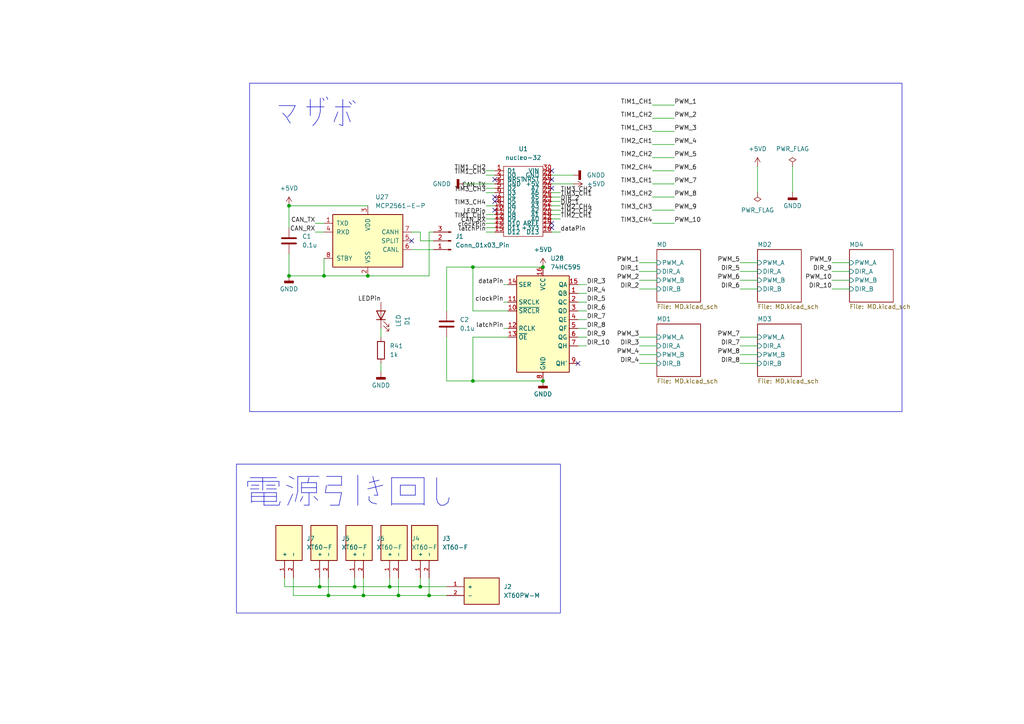
<source format=kicad_sch>
(kicad_sch
	(version 20250114)
	(generator "eeschema")
	(generator_version "9.0")
	(uuid "94671be5-945f-4e82-9efc-bf403f46bee7")
	(paper "A4")
	(lib_symbols
		(symbol "74xx:74HC595"
			(exclude_from_sim no)
			(in_bom yes)
			(on_board yes)
			(property "Reference" "U"
				(at -7.62 13.97 0)
				(effects
					(font
						(size 1.27 1.27)
					)
				)
			)
			(property "Value" "74HC595"
				(at -7.62 -16.51 0)
				(effects
					(font
						(size 1.27 1.27)
					)
				)
			)
			(property "Footprint" ""
				(at 0 0 0)
				(effects
					(font
						(size 1.27 1.27)
					)
					(hide yes)
				)
			)
			(property "Datasheet" "http://www.ti.com/lit/ds/symlink/sn74hc595.pdf"
				(at 0 0 0)
				(effects
					(font
						(size 1.27 1.27)
					)
					(hide yes)
				)
			)
			(property "Description" "8-bit serial in/out Shift Register 3-State Outputs"
				(at 0 0 0)
				(effects
					(font
						(size 1.27 1.27)
					)
					(hide yes)
				)
			)
			(property "ki_keywords" "HCMOS SR 3State"
				(at 0 0 0)
				(effects
					(font
						(size 1.27 1.27)
					)
					(hide yes)
				)
			)
			(property "ki_fp_filters" "DIP*W7.62mm* SOIC*3.9x9.9mm*P1.27mm* TSSOP*4.4x5mm*P0.65mm* SOIC*5.3x10.2mm*P1.27mm* SOIC*7.5x10.3mm*P1.27mm*"
				(at 0 0 0)
				(effects
					(font
						(size 1.27 1.27)
					)
					(hide yes)
				)
			)
			(symbol "74HC595_1_0"
				(pin input line
					(at -10.16 10.16 0)
					(length 2.54)
					(name "SER"
						(effects
							(font
								(size 1.27 1.27)
							)
						)
					)
					(number "14"
						(effects
							(font
								(size 1.27 1.27)
							)
						)
					)
				)
				(pin input line
					(at -10.16 5.08 0)
					(length 2.54)
					(name "SRCLK"
						(effects
							(font
								(size 1.27 1.27)
							)
						)
					)
					(number "11"
						(effects
							(font
								(size 1.27 1.27)
							)
						)
					)
				)
				(pin input line
					(at -10.16 2.54 0)
					(length 2.54)
					(name "~{SRCLR}"
						(effects
							(font
								(size 1.27 1.27)
							)
						)
					)
					(number "10"
						(effects
							(font
								(size 1.27 1.27)
							)
						)
					)
				)
				(pin input line
					(at -10.16 -2.54 0)
					(length 2.54)
					(name "RCLK"
						(effects
							(font
								(size 1.27 1.27)
							)
						)
					)
					(number "12"
						(effects
							(font
								(size 1.27 1.27)
							)
						)
					)
				)
				(pin input line
					(at -10.16 -5.08 0)
					(length 2.54)
					(name "~{OE}"
						(effects
							(font
								(size 1.27 1.27)
							)
						)
					)
					(number "13"
						(effects
							(font
								(size 1.27 1.27)
							)
						)
					)
				)
				(pin power_in line
					(at 0 15.24 270)
					(length 2.54)
					(name "VCC"
						(effects
							(font
								(size 1.27 1.27)
							)
						)
					)
					(number "16"
						(effects
							(font
								(size 1.27 1.27)
							)
						)
					)
				)
				(pin power_in line
					(at 0 -17.78 90)
					(length 2.54)
					(name "GND"
						(effects
							(font
								(size 1.27 1.27)
							)
						)
					)
					(number "8"
						(effects
							(font
								(size 1.27 1.27)
							)
						)
					)
				)
				(pin tri_state line
					(at 10.16 10.16 180)
					(length 2.54)
					(name "QA"
						(effects
							(font
								(size 1.27 1.27)
							)
						)
					)
					(number "15"
						(effects
							(font
								(size 1.27 1.27)
							)
						)
					)
				)
				(pin tri_state line
					(at 10.16 7.62 180)
					(length 2.54)
					(name "QB"
						(effects
							(font
								(size 1.27 1.27)
							)
						)
					)
					(number "1"
						(effects
							(font
								(size 1.27 1.27)
							)
						)
					)
				)
				(pin tri_state line
					(at 10.16 5.08 180)
					(length 2.54)
					(name "QC"
						(effects
							(font
								(size 1.27 1.27)
							)
						)
					)
					(number "2"
						(effects
							(font
								(size 1.27 1.27)
							)
						)
					)
				)
				(pin tri_state line
					(at 10.16 2.54 180)
					(length 2.54)
					(name "QD"
						(effects
							(font
								(size 1.27 1.27)
							)
						)
					)
					(number "3"
						(effects
							(font
								(size 1.27 1.27)
							)
						)
					)
				)
				(pin tri_state line
					(at 10.16 0 180)
					(length 2.54)
					(name "QE"
						(effects
							(font
								(size 1.27 1.27)
							)
						)
					)
					(number "4"
						(effects
							(font
								(size 1.27 1.27)
							)
						)
					)
				)
				(pin tri_state line
					(at 10.16 -2.54 180)
					(length 2.54)
					(name "QF"
						(effects
							(font
								(size 1.27 1.27)
							)
						)
					)
					(number "5"
						(effects
							(font
								(size 1.27 1.27)
							)
						)
					)
				)
				(pin tri_state line
					(at 10.16 -5.08 180)
					(length 2.54)
					(name "QG"
						(effects
							(font
								(size 1.27 1.27)
							)
						)
					)
					(number "6"
						(effects
							(font
								(size 1.27 1.27)
							)
						)
					)
				)
				(pin tri_state line
					(at 10.16 -7.62 180)
					(length 2.54)
					(name "QH"
						(effects
							(font
								(size 1.27 1.27)
							)
						)
					)
					(number "7"
						(effects
							(font
								(size 1.27 1.27)
							)
						)
					)
				)
				(pin output line
					(at 10.16 -12.7 180)
					(length 2.54)
					(name "QH'"
						(effects
							(font
								(size 1.27 1.27)
							)
						)
					)
					(number "9"
						(effects
							(font
								(size 1.27 1.27)
							)
						)
					)
				)
			)
			(symbol "74HC595_1_1"
				(rectangle
					(start -7.62 12.7)
					(end 7.62 -15.24)
					(stroke
						(width 0.254)
						(type default)
					)
					(fill
						(type background)
					)
				)
			)
			(embedded_fonts no)
		)
		(symbol "Connector:Conn_01x03_Pin"
			(pin_names
				(offset 1.016)
				(hide yes)
			)
			(exclude_from_sim no)
			(in_bom yes)
			(on_board yes)
			(property "Reference" "J"
				(at 0 5.08 0)
				(effects
					(font
						(size 1.27 1.27)
					)
				)
			)
			(property "Value" "Conn_01x03_Pin"
				(at 0 -5.08 0)
				(effects
					(font
						(size 1.27 1.27)
					)
				)
			)
			(property "Footprint" ""
				(at 0 0 0)
				(effects
					(font
						(size 1.27 1.27)
					)
					(hide yes)
				)
			)
			(property "Datasheet" "~"
				(at 0 0 0)
				(effects
					(font
						(size 1.27 1.27)
					)
					(hide yes)
				)
			)
			(property "Description" "Generic connector, single row, 01x03, script generated"
				(at 0 0 0)
				(effects
					(font
						(size 1.27 1.27)
					)
					(hide yes)
				)
			)
			(property "ki_locked" ""
				(at 0 0 0)
				(effects
					(font
						(size 1.27 1.27)
					)
				)
			)
			(property "ki_keywords" "connector"
				(at 0 0 0)
				(effects
					(font
						(size 1.27 1.27)
					)
					(hide yes)
				)
			)
			(property "ki_fp_filters" "Connector*:*_1x??_*"
				(at 0 0 0)
				(effects
					(font
						(size 1.27 1.27)
					)
					(hide yes)
				)
			)
			(symbol "Conn_01x03_Pin_1_1"
				(rectangle
					(start 0.8636 2.667)
					(end 0 2.413)
					(stroke
						(width 0.1524)
						(type default)
					)
					(fill
						(type outline)
					)
				)
				(rectangle
					(start 0.8636 0.127)
					(end 0 -0.127)
					(stroke
						(width 0.1524)
						(type default)
					)
					(fill
						(type outline)
					)
				)
				(rectangle
					(start 0.8636 -2.413)
					(end 0 -2.667)
					(stroke
						(width 0.1524)
						(type default)
					)
					(fill
						(type outline)
					)
				)
				(polyline
					(pts
						(xy 1.27 2.54) (xy 0.8636 2.54)
					)
					(stroke
						(width 0.1524)
						(type default)
					)
					(fill
						(type none)
					)
				)
				(polyline
					(pts
						(xy 1.27 0) (xy 0.8636 0)
					)
					(stroke
						(width 0.1524)
						(type default)
					)
					(fill
						(type none)
					)
				)
				(polyline
					(pts
						(xy 1.27 -2.54) (xy 0.8636 -2.54)
					)
					(stroke
						(width 0.1524)
						(type default)
					)
					(fill
						(type none)
					)
				)
				(pin passive line
					(at 5.08 2.54 180)
					(length 3.81)
					(name "Pin_1"
						(effects
							(font
								(size 1.27 1.27)
							)
						)
					)
					(number "1"
						(effects
							(font
								(size 1.27 1.27)
							)
						)
					)
				)
				(pin passive line
					(at 5.08 0 180)
					(length 3.81)
					(name "Pin_2"
						(effects
							(font
								(size 1.27 1.27)
							)
						)
					)
					(number "2"
						(effects
							(font
								(size 1.27 1.27)
							)
						)
					)
				)
				(pin passive line
					(at 5.08 -2.54 180)
					(length 3.81)
					(name "Pin_3"
						(effects
							(font
								(size 1.27 1.27)
							)
						)
					)
					(number "3"
						(effects
							(font
								(size 1.27 1.27)
							)
						)
					)
				)
			)
			(embedded_fonts no)
		)
		(symbol "Device:C"
			(pin_numbers
				(hide yes)
			)
			(pin_names
				(offset 0.254)
			)
			(exclude_from_sim no)
			(in_bom yes)
			(on_board yes)
			(property "Reference" "C"
				(at 0.635 2.54 0)
				(effects
					(font
						(size 1.27 1.27)
					)
					(justify left)
				)
			)
			(property "Value" "C"
				(at 0.635 -2.54 0)
				(effects
					(font
						(size 1.27 1.27)
					)
					(justify left)
				)
			)
			(property "Footprint" ""
				(at 0.9652 -3.81 0)
				(effects
					(font
						(size 1.27 1.27)
					)
					(hide yes)
				)
			)
			(property "Datasheet" "~"
				(at 0 0 0)
				(effects
					(font
						(size 1.27 1.27)
					)
					(hide yes)
				)
			)
			(property "Description" "Unpolarized capacitor"
				(at 0 0 0)
				(effects
					(font
						(size 1.27 1.27)
					)
					(hide yes)
				)
			)
			(property "ki_keywords" "cap capacitor"
				(at 0 0 0)
				(effects
					(font
						(size 1.27 1.27)
					)
					(hide yes)
				)
			)
			(property "ki_fp_filters" "C_*"
				(at 0 0 0)
				(effects
					(font
						(size 1.27 1.27)
					)
					(hide yes)
				)
			)
			(symbol "C_0_1"
				(polyline
					(pts
						(xy -2.032 0.762) (xy 2.032 0.762)
					)
					(stroke
						(width 0.508)
						(type default)
					)
					(fill
						(type none)
					)
				)
				(polyline
					(pts
						(xy -2.032 -0.762) (xy 2.032 -0.762)
					)
					(stroke
						(width 0.508)
						(type default)
					)
					(fill
						(type none)
					)
				)
			)
			(symbol "C_1_1"
				(pin passive line
					(at 0 3.81 270)
					(length 2.794)
					(name "~"
						(effects
							(font
								(size 1.27 1.27)
							)
						)
					)
					(number "1"
						(effects
							(font
								(size 1.27 1.27)
							)
						)
					)
				)
				(pin passive line
					(at 0 -3.81 90)
					(length 2.794)
					(name "~"
						(effects
							(font
								(size 1.27 1.27)
							)
						)
					)
					(number "2"
						(effects
							(font
								(size 1.27 1.27)
							)
						)
					)
				)
			)
			(embedded_fonts no)
		)
		(symbol "Device:LED"
			(pin_numbers
				(hide yes)
			)
			(pin_names
				(offset 1.016)
				(hide yes)
			)
			(exclude_from_sim no)
			(in_bom yes)
			(on_board yes)
			(property "Reference" "D"
				(at 0 2.54 0)
				(effects
					(font
						(size 1.27 1.27)
					)
				)
			)
			(property "Value" "LED"
				(at 0 -2.54 0)
				(effects
					(font
						(size 1.27 1.27)
					)
				)
			)
			(property "Footprint" ""
				(at 0 0 0)
				(effects
					(font
						(size 1.27 1.27)
					)
					(hide yes)
				)
			)
			(property "Datasheet" "~"
				(at 0 0 0)
				(effects
					(font
						(size 1.27 1.27)
					)
					(hide yes)
				)
			)
			(property "Description" "Light emitting diode"
				(at 0 0 0)
				(effects
					(font
						(size 1.27 1.27)
					)
					(hide yes)
				)
			)
			(property "Sim.Pins" "1=K 2=A"
				(at 0 0 0)
				(effects
					(font
						(size 1.27 1.27)
					)
					(hide yes)
				)
			)
			(property "ki_keywords" "LED diode"
				(at 0 0 0)
				(effects
					(font
						(size 1.27 1.27)
					)
					(hide yes)
				)
			)
			(property "ki_fp_filters" "LED* LED_SMD:* LED_THT:*"
				(at 0 0 0)
				(effects
					(font
						(size 1.27 1.27)
					)
					(hide yes)
				)
			)
			(symbol "LED_0_1"
				(polyline
					(pts
						(xy -3.048 -0.762) (xy -4.572 -2.286) (xy -3.81 -2.286) (xy -4.572 -2.286) (xy -4.572 -1.524)
					)
					(stroke
						(width 0)
						(type default)
					)
					(fill
						(type none)
					)
				)
				(polyline
					(pts
						(xy -1.778 -0.762) (xy -3.302 -2.286) (xy -2.54 -2.286) (xy -3.302 -2.286) (xy -3.302 -1.524)
					)
					(stroke
						(width 0)
						(type default)
					)
					(fill
						(type none)
					)
				)
				(polyline
					(pts
						(xy -1.27 0) (xy 1.27 0)
					)
					(stroke
						(width 0)
						(type default)
					)
					(fill
						(type none)
					)
				)
				(polyline
					(pts
						(xy -1.27 -1.27) (xy -1.27 1.27)
					)
					(stroke
						(width 0.254)
						(type default)
					)
					(fill
						(type none)
					)
				)
				(polyline
					(pts
						(xy 1.27 -1.27) (xy 1.27 1.27) (xy -1.27 0) (xy 1.27 -1.27)
					)
					(stroke
						(width 0.254)
						(type default)
					)
					(fill
						(type none)
					)
				)
			)
			(symbol "LED_1_1"
				(pin passive line
					(at -3.81 0 0)
					(length 2.54)
					(name "K"
						(effects
							(font
								(size 1.27 1.27)
							)
						)
					)
					(number "1"
						(effects
							(font
								(size 1.27 1.27)
							)
						)
					)
				)
				(pin passive line
					(at 3.81 0 180)
					(length 2.54)
					(name "A"
						(effects
							(font
								(size 1.27 1.27)
							)
						)
					)
					(number "2"
						(effects
							(font
								(size 1.27 1.27)
							)
						)
					)
				)
			)
			(embedded_fonts no)
		)
		(symbol "Device:R"
			(pin_numbers
				(hide yes)
			)
			(pin_names
				(offset 0)
			)
			(exclude_from_sim no)
			(in_bom yes)
			(on_board yes)
			(property "Reference" "R"
				(at 2.032 0 90)
				(effects
					(font
						(size 1.27 1.27)
					)
				)
			)
			(property "Value" "R"
				(at 0 0 90)
				(effects
					(font
						(size 1.27 1.27)
					)
				)
			)
			(property "Footprint" ""
				(at -1.778 0 90)
				(effects
					(font
						(size 1.27 1.27)
					)
					(hide yes)
				)
			)
			(property "Datasheet" "~"
				(at 0 0 0)
				(effects
					(font
						(size 1.27 1.27)
					)
					(hide yes)
				)
			)
			(property "Description" "Resistor"
				(at 0 0 0)
				(effects
					(font
						(size 1.27 1.27)
					)
					(hide yes)
				)
			)
			(property "ki_keywords" "R res resistor"
				(at 0 0 0)
				(effects
					(font
						(size 1.27 1.27)
					)
					(hide yes)
				)
			)
			(property "ki_fp_filters" "R_*"
				(at 0 0 0)
				(effects
					(font
						(size 1.27 1.27)
					)
					(hide yes)
				)
			)
			(symbol "R_0_1"
				(rectangle
					(start -1.016 -2.54)
					(end 1.016 2.54)
					(stroke
						(width 0.254)
						(type default)
					)
					(fill
						(type none)
					)
				)
			)
			(symbol "R_1_1"
				(pin passive line
					(at 0 3.81 270)
					(length 1.27)
					(name "~"
						(effects
							(font
								(size 1.27 1.27)
							)
						)
					)
					(number "1"
						(effects
							(font
								(size 1.27 1.27)
							)
						)
					)
				)
				(pin passive line
					(at 0 -3.81 90)
					(length 1.27)
					(name "~"
						(effects
							(font
								(size 1.27 1.27)
							)
						)
					)
					(number "2"
						(effects
							(font
								(size 1.27 1.27)
							)
						)
					)
				)
			)
			(embedded_fonts no)
		)
		(symbol "Interface_CAN_LIN:MCP2561-E-P"
			(pin_names
				(offset 1.016)
			)
			(exclude_from_sim no)
			(in_bom yes)
			(on_board yes)
			(property "Reference" "U"
				(at -10.16 8.89 0)
				(effects
					(font
						(size 1.27 1.27)
					)
					(justify left)
				)
			)
			(property "Value" "MCP2561-E-P"
				(at 2.54 8.89 0)
				(effects
					(font
						(size 1.27 1.27)
					)
					(justify left)
				)
			)
			(property "Footprint" "Package_DIP:DIP-8_W7.62mm"
				(at 0 -12.7 0)
				(effects
					(font
						(size 1.27 1.27)
						(italic yes)
					)
					(hide yes)
				)
			)
			(property "Datasheet" "http://ww1.microchip.com/downloads/en/DeviceDoc/25167A.pdf"
				(at 0 0 0)
				(effects
					(font
						(size 1.27 1.27)
					)
					(hide yes)
				)
			)
			(property "Description" "High-Speed CAN Transceiver, 1Mbps, 5V supply, SPLIT pin, -40C to +125C, DIP-8"
				(at 0 0 0)
				(effects
					(font
						(size 1.27 1.27)
					)
					(hide yes)
				)
			)
			(property "ki_keywords" "High-Speed CAN Transceiver"
				(at 0 0 0)
				(effects
					(font
						(size 1.27 1.27)
					)
					(hide yes)
				)
			)
			(property "ki_fp_filters" "DIP*W7.62mm*"
				(at 0 0 0)
				(effects
					(font
						(size 1.27 1.27)
					)
					(hide yes)
				)
			)
			(symbol "MCP2561-E-P_0_1"
				(rectangle
					(start -10.16 7.62)
					(end 10.16 -7.62)
					(stroke
						(width 0.254)
						(type default)
					)
					(fill
						(type background)
					)
				)
			)
			(symbol "MCP2561-E-P_1_1"
				(pin input line
					(at -12.7 5.08 0)
					(length 2.54)
					(name "TXD"
						(effects
							(font
								(size 1.27 1.27)
							)
						)
					)
					(number "1"
						(effects
							(font
								(size 1.27 1.27)
							)
						)
					)
				)
				(pin output line
					(at -12.7 2.54 0)
					(length 2.54)
					(name "RXD"
						(effects
							(font
								(size 1.27 1.27)
							)
						)
					)
					(number "4"
						(effects
							(font
								(size 1.27 1.27)
							)
						)
					)
				)
				(pin input line
					(at -12.7 -5.08 0)
					(length 2.54)
					(name "STBY"
						(effects
							(font
								(size 1.27 1.27)
							)
						)
					)
					(number "8"
						(effects
							(font
								(size 1.27 1.27)
							)
						)
					)
				)
				(pin power_in line
					(at 0 10.16 270)
					(length 2.54)
					(name "VDD"
						(effects
							(font
								(size 1.27 1.27)
							)
						)
					)
					(number "3"
						(effects
							(font
								(size 1.27 1.27)
							)
						)
					)
				)
				(pin power_in line
					(at 0 -10.16 90)
					(length 2.54)
					(name "VSS"
						(effects
							(font
								(size 1.27 1.27)
							)
						)
					)
					(number "2"
						(effects
							(font
								(size 1.27 1.27)
							)
						)
					)
				)
				(pin bidirectional line
					(at 12.7 2.54 180)
					(length 2.54)
					(name "CANH"
						(effects
							(font
								(size 1.27 1.27)
							)
						)
					)
					(number "7"
						(effects
							(font
								(size 1.27 1.27)
							)
						)
					)
				)
				(pin passive line
					(at 12.7 0 180)
					(length 2.54)
					(name "SPLIT"
						(effects
							(font
								(size 1.27 1.27)
							)
						)
					)
					(number "5"
						(effects
							(font
								(size 1.27 1.27)
							)
						)
					)
				)
				(pin bidirectional line
					(at 12.7 -2.54 180)
					(length 2.54)
					(name "CANL"
						(effects
							(font
								(size 1.27 1.27)
							)
						)
					)
					(number "6"
						(effects
							(font
								(size 1.27 1.27)
							)
						)
					)
				)
			)
			(embedded_fonts no)
		)
		(symbol "NUCLEO-F303K8:nucleo-32"
			(pin_names
				(offset 1.016)
			)
			(exclude_from_sim no)
			(in_bom yes)
			(on_board yes)
			(property "Reference" "U"
				(at 0 11.43 0)
				(effects
					(font
						(size 1.27 1.27)
					)
				)
			)
			(property "Value" "nucleo-32"
				(at 0 8.89 0)
				(effects
					(font
						(size 1.27 1.27)
					)
				)
			)
			(property "Footprint" "NUCLEO-F303K8:NUCLEO-32"
				(at 0 0 0)
				(effects
					(font
						(size 1.27 1.27)
					)
					(hide yes)
				)
			)
			(property "Datasheet" ""
				(at 0 0 0)
				(effects
					(font
						(size 1.27 1.27)
					)
					(hide yes)
				)
			)
			(property "Description" ""
				(at 0 0 0)
				(effects
					(font
						(size 1.27 1.27)
					)
					(hide yes)
				)
			)
			(symbol "nucleo-32_0_1"
				(polyline
					(pts
						(xy -5.08 7.62) (xy -5.08 -12.7) (xy 6.35 -12.7) (xy 6.35 7.62) (xy -5.08 7.62)
					)
					(stroke
						(width 0)
						(type default)
					)
					(fill
						(type none)
					)
				)
				(pin bidirectional line
					(at -7.62 -1.27 0)
					(length 2.54)
					(name "D4"
						(effects
							(font
								(size 1.27 1.27)
							)
						)
					)
					(number "7"
						(effects
							(font
								(size 1.27 1.27)
							)
						)
					)
				)
				(pin bidirectional line
					(at -7.62 -2.54 0)
					(length 2.54)
					(name "D5"
						(effects
							(font
								(size 1.27 1.27)
							)
						)
					)
					(number "8"
						(effects
							(font
								(size 1.27 1.27)
							)
						)
					)
				)
				(pin bidirectional line
					(at -7.62 -3.81 0)
					(length 2.54)
					(name "D6"
						(effects
							(font
								(size 1.27 1.27)
							)
						)
					)
					(number "9"
						(effects
							(font
								(size 1.27 1.27)
							)
						)
					)
				)
				(pin bidirectional line
					(at -7.62 -5.08 0)
					(length 2.54)
					(name "D7"
						(effects
							(font
								(size 1.27 1.27)
							)
						)
					)
					(number "10"
						(effects
							(font
								(size 1.27 1.27)
							)
						)
					)
				)
			)
			(symbol "nucleo-32_1_1"
				(pin bidirectional line
					(at -7.62 6.35 0)
					(length 2.54)
					(name "D1"
						(effects
							(font
								(size 1.27 1.27)
							)
						)
					)
					(number "1"
						(effects
							(font
								(size 1.27 1.27)
							)
						)
					)
				)
				(pin bidirectional line
					(at -7.62 5.08 0)
					(length 2.54)
					(name "D0"
						(effects
							(font
								(size 1.27 1.27)
							)
						)
					)
					(number "2"
						(effects
							(font
								(size 1.27 1.27)
							)
						)
					)
				)
				(pin bidirectional line
					(at -7.62 3.81 0)
					(length 2.54)
					(name "NRST"
						(effects
							(font
								(size 1.27 1.27)
							)
						)
					)
					(number "3"
						(effects
							(font
								(size 1.27 1.27)
							)
						)
					)
				)
				(pin bidirectional line
					(at -7.62 2.54 0)
					(length 2.54)
					(name "GND"
						(effects
							(font
								(size 1.27 1.27)
							)
						)
					)
					(number "4"
						(effects
							(font
								(size 1.27 1.27)
							)
						)
					)
				)
				(pin bidirectional line
					(at -7.62 1.27 0)
					(length 2.54)
					(name "D2"
						(effects
							(font
								(size 1.27 1.27)
							)
						)
					)
					(number "5"
						(effects
							(font
								(size 1.27 1.27)
							)
						)
					)
				)
				(pin bidirectional line
					(at -7.62 0 0)
					(length 2.54)
					(name "D3"
						(effects
							(font
								(size 1.27 1.27)
							)
						)
					)
					(number "6"
						(effects
							(font
								(size 1.27 1.27)
							)
						)
					)
				)
				(pin bidirectional line
					(at -7.62 -6.35 0)
					(length 2.54)
					(name "D8"
						(effects
							(font
								(size 1.27 1.27)
							)
						)
					)
					(number "11"
						(effects
							(font
								(size 1.27 1.27)
							)
						)
					)
				)
				(pin bidirectional line
					(at -7.62 -7.62 0)
					(length 2.54)
					(name "D9"
						(effects
							(font
								(size 1.27 1.27)
							)
						)
					)
					(number "12"
						(effects
							(font
								(size 1.27 1.27)
							)
						)
					)
				)
				(pin bidirectional line
					(at -7.62 -8.89 0)
					(length 2.54)
					(name "D10"
						(effects
							(font
								(size 1.27 1.27)
							)
						)
					)
					(number "13"
						(effects
							(font
								(size 1.27 1.27)
							)
						)
					)
				)
				(pin bidirectional line
					(at -7.62 -10.16 0)
					(length 2.54)
					(name "D11"
						(effects
							(font
								(size 1.27 1.27)
							)
						)
					)
					(number "14"
						(effects
							(font
								(size 1.27 1.27)
							)
						)
					)
				)
				(pin bidirectional line
					(at -7.62 -11.43 0)
					(length 2.54)
					(name "D12"
						(effects
							(font
								(size 1.27 1.27)
							)
						)
					)
					(number "15"
						(effects
							(font
								(size 1.27 1.27)
							)
						)
					)
				)
				(pin bidirectional line
					(at 8.89 6.35 180)
					(length 2.54)
					(name "VIN"
						(effects
							(font
								(size 1.27 1.27)
							)
						)
					)
					(number "30"
						(effects
							(font
								(size 1.27 1.27)
							)
						)
					)
				)
				(pin bidirectional line
					(at 8.89 5.08 180)
					(length 2.54)
					(name "GND"
						(effects
							(font
								(size 1.27 1.27)
							)
						)
					)
					(number "29"
						(effects
							(font
								(size 1.27 1.27)
							)
						)
					)
				)
				(pin bidirectional line
					(at 8.89 3.81 180)
					(length 2.54)
					(name "NRST"
						(effects
							(font
								(size 1.27 1.27)
							)
						)
					)
					(number "28"
						(effects
							(font
								(size 1.27 1.27)
							)
						)
					)
				)
				(pin bidirectional line
					(at 8.89 2.54 180)
					(length 2.54)
					(name "+5V"
						(effects
							(font
								(size 1.27 1.27)
							)
						)
					)
					(number "27"
						(effects
							(font
								(size 1.27 1.27)
							)
						)
					)
				)
				(pin bidirectional line
					(at 8.89 1.27 180)
					(length 2.54)
					(name "A7"
						(effects
							(font
								(size 1.27 1.27)
							)
						)
					)
					(number "26"
						(effects
							(font
								(size 1.27 1.27)
							)
						)
					)
				)
				(pin bidirectional line
					(at 8.89 0 180)
					(length 2.54)
					(name "A6"
						(effects
							(font
								(size 1.27 1.27)
							)
						)
					)
					(number "25"
						(effects
							(font
								(size 1.27 1.27)
							)
						)
					)
				)
				(pin bidirectional line
					(at 8.89 -1.27 180)
					(length 2.54)
					(name "A5"
						(effects
							(font
								(size 1.27 1.27)
							)
						)
					)
					(number "24"
						(effects
							(font
								(size 1.27 1.27)
							)
						)
					)
				)
				(pin bidirectional line
					(at 8.89 -2.54 180)
					(length 2.54)
					(name "A4"
						(effects
							(font
								(size 1.27 1.27)
							)
						)
					)
					(number "23"
						(effects
							(font
								(size 1.27 1.27)
							)
						)
					)
				)
				(pin bidirectional line
					(at 8.89 -3.81 180)
					(length 2.54)
					(name "A3"
						(effects
							(font
								(size 1.27 1.27)
							)
						)
					)
					(number "22"
						(effects
							(font
								(size 1.27 1.27)
							)
						)
					)
				)
				(pin bidirectional line
					(at 8.89 -5.08 180)
					(length 2.54)
					(name "A2"
						(effects
							(font
								(size 1.27 1.27)
							)
						)
					)
					(number "21"
						(effects
							(font
								(size 1.27 1.27)
							)
						)
					)
				)
				(pin bidirectional line
					(at 8.89 -6.35 180)
					(length 2.54)
					(name "A1"
						(effects
							(font
								(size 1.27 1.27)
							)
						)
					)
					(number "20"
						(effects
							(font
								(size 1.27 1.27)
							)
						)
					)
				)
				(pin bidirectional line
					(at 8.89 -7.62 180)
					(length 2.54)
					(name "A0"
						(effects
							(font
								(size 1.27 1.27)
							)
						)
					)
					(number "19"
						(effects
							(font
								(size 1.27 1.27)
							)
						)
					)
				)
				(pin bidirectional line
					(at 8.89 -8.89 180)
					(length 2.54)
					(name "AREF"
						(effects
							(font
								(size 1.27 1.27)
							)
						)
					)
					(number "18"
						(effects
							(font
								(size 1.27 1.27)
							)
						)
					)
				)
				(pin bidirectional line
					(at 8.89 -10.16 180)
					(length 2.54)
					(name "+3V3"
						(effects
							(font
								(size 1.27 1.27)
							)
						)
					)
					(number "17"
						(effects
							(font
								(size 1.27 1.27)
							)
						)
					)
				)
				(pin bidirectional line
					(at 8.89 -11.43 180)
					(length 2.54)
					(name "D13"
						(effects
							(font
								(size 1.27 1.27)
							)
						)
					)
					(number "16"
						(effects
							(font
								(size 1.27 1.27)
							)
						)
					)
				)
			)
			(embedded_fonts no)
		)
		(symbol "XT60PW-M:XT60PW-M"
			(pin_names
				(offset 1.016)
			)
			(exclude_from_sim no)
			(in_bom yes)
			(on_board yes)
			(property "Reference" "J"
				(at -5.08 5.7234 0)
				(effects
					(font
						(size 1.27 1.27)
					)
					(justify left bottom)
				)
			)
			(property "Value" "XT60PW-M"
				(at -5.08 -5.0923 0)
				(effects
					(font
						(size 1.27 1.27)
					)
					(justify left bottom)
				)
			)
			(property "Footprint" "XT60PW-M:AMASS_XT60PW-M"
				(at 0 0 0)
				(effects
					(font
						(size 1.27 1.27)
					)
					(justify bottom)
					(hide yes)
				)
			)
			(property "Datasheet" ""
				(at 0 0 0)
				(effects
					(font
						(size 1.27 1.27)
					)
					(hide yes)
				)
			)
			(property "Description" ""
				(at 0 0 0)
				(effects
					(font
						(size 1.27 1.27)
					)
					(hide yes)
				)
			)
			(property "MF" "AMASS"
				(at 0 0 0)
				(effects
					(font
						(size 1.27 1.27)
					)
					(justify bottom)
					(hide yes)
				)
			)
			(property "MAXIMUM_PACKAGE_HEIGHT" "8.4 mm"
				(at 0 0 0)
				(effects
					(font
						(size 1.27 1.27)
					)
					(justify bottom)
					(hide yes)
				)
			)
			(property "Package" "Package"
				(at 0 0 0)
				(effects
					(font
						(size 1.27 1.27)
					)
					(justify bottom)
					(hide yes)
				)
			)
			(property "Price" "None"
				(at 0 0 0)
				(effects
					(font
						(size 1.27 1.27)
					)
					(justify bottom)
					(hide yes)
				)
			)
			(property "Check_prices" "https://www.snapeda.com/parts/XT60PW-M/AMASS/view-part/?ref=eda"
				(at 0 0 0)
				(effects
					(font
						(size 1.27 1.27)
					)
					(justify bottom)
					(hide yes)
				)
			)
			(property "STANDARD" "Manufacturer recommendations"
				(at 0 0 0)
				(effects
					(font
						(size 1.27 1.27)
					)
					(justify bottom)
					(hide yes)
				)
			)
			(property "PARTREV" "V1.2"
				(at 0 0 0)
				(effects
					(font
						(size 1.27 1.27)
					)
					(justify bottom)
					(hide yes)
				)
			)
			(property "SnapEDA_Link" "https://www.snapeda.com/parts/XT60PW-M/AMASS/view-part/?ref=snap"
				(at 0 0 0)
				(effects
					(font
						(size 1.27 1.27)
					)
					(justify bottom)
					(hide yes)
				)
			)
			(property "MP" "XT60PW-M"
				(at 0 0 0)
				(effects
					(font
						(size 1.27 1.27)
					)
					(justify bottom)
					(hide yes)
				)
			)
			(property "Description_1" "Socket, DC supply, male, PIN: 2"
				(at 0 0 0)
				(effects
					(font
						(size 1.27 1.27)
					)
					(justify bottom)
					(hide yes)
				)
			)
			(property "Availability" "Not in stock"
				(at 0 0 0)
				(effects
					(font
						(size 1.27 1.27)
					)
					(justify bottom)
					(hide yes)
				)
			)
			(property "MANUFACTURER" "AMASS"
				(at 0 0 0)
				(effects
					(font
						(size 1.27 1.27)
					)
					(justify bottom)
					(hide yes)
				)
			)
			(symbol "XT60PW-M_0_0"
				(rectangle
					(start -5.08 -2.54)
					(end 5.08 5.08)
					(stroke
						(width 0.254)
						(type default)
					)
					(fill
						(type background)
					)
				)
				(pin passive line
					(at -10.16 2.54 0)
					(length 5.08)
					(name "+"
						(effects
							(font
								(size 1.016 1.016)
							)
						)
					)
					(number "1"
						(effects
							(font
								(size 1.016 1.016)
							)
						)
					)
				)
				(pin passive line
					(at -10.16 0 0)
					(length 5.08)
					(name "-"
						(effects
							(font
								(size 1.016 1.016)
							)
						)
					)
					(number "2"
						(effects
							(font
								(size 1.016 1.016)
							)
						)
					)
				)
			)
			(embedded_fonts no)
		)
		(symbol "power:+5VD"
			(power)
			(pin_numbers
				(hide yes)
			)
			(pin_names
				(offset 0)
				(hide yes)
			)
			(exclude_from_sim no)
			(in_bom yes)
			(on_board yes)
			(property "Reference" "#PWR"
				(at 0 -3.81 0)
				(effects
					(font
						(size 1.27 1.27)
					)
					(hide yes)
				)
			)
			(property "Value" "+5VD"
				(at 0 3.556 0)
				(effects
					(font
						(size 1.27 1.27)
					)
				)
			)
			(property "Footprint" ""
				(at 0 0 0)
				(effects
					(font
						(size 1.27 1.27)
					)
					(hide yes)
				)
			)
			(property "Datasheet" ""
				(at 0 0 0)
				(effects
					(font
						(size 1.27 1.27)
					)
					(hide yes)
				)
			)
			(property "Description" "Power symbol creates a global label with name \"+5VD\""
				(at 0 0 0)
				(effects
					(font
						(size 1.27 1.27)
					)
					(hide yes)
				)
			)
			(property "ki_keywords" "global power"
				(at 0 0 0)
				(effects
					(font
						(size 1.27 1.27)
					)
					(hide yes)
				)
			)
			(symbol "+5VD_0_1"
				(polyline
					(pts
						(xy -0.762 1.27) (xy 0 2.54)
					)
					(stroke
						(width 0)
						(type default)
					)
					(fill
						(type none)
					)
				)
				(polyline
					(pts
						(xy 0 2.54) (xy 0.762 1.27)
					)
					(stroke
						(width 0)
						(type default)
					)
					(fill
						(type none)
					)
				)
				(polyline
					(pts
						(xy 0 0) (xy 0 2.54)
					)
					(stroke
						(width 0)
						(type default)
					)
					(fill
						(type none)
					)
				)
			)
			(symbol "+5VD_1_1"
				(pin power_in line
					(at 0 0 90)
					(length 0)
					(name "~"
						(effects
							(font
								(size 1.27 1.27)
							)
						)
					)
					(number "1"
						(effects
							(font
								(size 1.27 1.27)
							)
						)
					)
				)
			)
			(embedded_fonts no)
		)
		(symbol "power:GNDD"
			(power)
			(pin_numbers
				(hide yes)
			)
			(pin_names
				(offset 0)
				(hide yes)
			)
			(exclude_from_sim no)
			(in_bom yes)
			(on_board yes)
			(property "Reference" "#PWR"
				(at 0 -6.35 0)
				(effects
					(font
						(size 1.27 1.27)
					)
					(hide yes)
				)
			)
			(property "Value" "GNDD"
				(at 0 -3.175 0)
				(effects
					(font
						(size 1.27 1.27)
					)
				)
			)
			(property "Footprint" ""
				(at 0 0 0)
				(effects
					(font
						(size 1.27 1.27)
					)
					(hide yes)
				)
			)
			(property "Datasheet" ""
				(at 0 0 0)
				(effects
					(font
						(size 1.27 1.27)
					)
					(hide yes)
				)
			)
			(property "Description" "Power symbol creates a global label with name \"GNDD\" , digital ground"
				(at 0 0 0)
				(effects
					(font
						(size 1.27 1.27)
					)
					(hide yes)
				)
			)
			(property "ki_keywords" "global power"
				(at 0 0 0)
				(effects
					(font
						(size 1.27 1.27)
					)
					(hide yes)
				)
			)
			(symbol "GNDD_0_1"
				(rectangle
					(start -1.27 -1.524)
					(end 1.27 -2.032)
					(stroke
						(width 0.254)
						(type default)
					)
					(fill
						(type outline)
					)
				)
				(polyline
					(pts
						(xy 0 0) (xy 0 -1.524)
					)
					(stroke
						(width 0)
						(type default)
					)
					(fill
						(type none)
					)
				)
			)
			(symbol "GNDD_1_1"
				(pin power_in line
					(at 0 0 270)
					(length 0)
					(name "~"
						(effects
							(font
								(size 1.27 1.27)
							)
						)
					)
					(number "1"
						(effects
							(font
								(size 1.27 1.27)
							)
						)
					)
				)
			)
			(embedded_fonts no)
		)
		(symbol "power:PWR_FLAG"
			(power)
			(pin_numbers
				(hide yes)
			)
			(pin_names
				(offset 0)
				(hide yes)
			)
			(exclude_from_sim no)
			(in_bom yes)
			(on_board yes)
			(property "Reference" "#FLG"
				(at 0 1.905 0)
				(effects
					(font
						(size 1.27 1.27)
					)
					(hide yes)
				)
			)
			(property "Value" "PWR_FLAG"
				(at 0 3.81 0)
				(effects
					(font
						(size 1.27 1.27)
					)
				)
			)
			(property "Footprint" ""
				(at 0 0 0)
				(effects
					(font
						(size 1.27 1.27)
					)
					(hide yes)
				)
			)
			(property "Datasheet" "~"
				(at 0 0 0)
				(effects
					(font
						(size 1.27 1.27)
					)
					(hide yes)
				)
			)
			(property "Description" "Special symbol for telling ERC where power comes from"
				(at 0 0 0)
				(effects
					(font
						(size 1.27 1.27)
					)
					(hide yes)
				)
			)
			(property "ki_keywords" "flag power"
				(at 0 0 0)
				(effects
					(font
						(size 1.27 1.27)
					)
					(hide yes)
				)
			)
			(symbol "PWR_FLAG_0_0"
				(pin power_out line
					(at 0 0 90)
					(length 0)
					(name "~"
						(effects
							(font
								(size 1.27 1.27)
							)
						)
					)
					(number "1"
						(effects
							(font
								(size 1.27 1.27)
							)
						)
					)
				)
			)
			(symbol "PWR_FLAG_0_1"
				(polyline
					(pts
						(xy 0 0) (xy 0 1.27) (xy -1.016 1.905) (xy 0 2.54) (xy 1.016 1.905) (xy 0 1.27)
					)
					(stroke
						(width 0)
						(type default)
					)
					(fill
						(type none)
					)
				)
			)
			(embedded_fonts no)
		)
	)
	(rectangle
		(start 72.39 24.13)
		(end 261.62 119.38)
		(stroke
			(width 0)
			(type default)
		)
		(fill
			(type none)
		)
		(uuid 4037663c-4980-4b5a-b61e-1d1832abf4e7)
	)
	(rectangle
		(start 68.58 134.62)
		(end 162.56 177.8)
		(stroke
			(width 0)
			(type default)
		)
		(fill
			(type none)
		)
		(uuid a9d42692-65e2-4bc6-a6c9-79e9ca9e1001)
	)
	(text "マザボ"
		(exclude_from_sim no)
		(at 91.44 33.528 0)
		(effects
			(font
				(size 7.62 7.62)
			)
		)
		(uuid "51bd7816-4390-4310-87f8-855bbafc4c1a")
	)
	(text "電源引き回し"
		(exclude_from_sim no)
		(at 101.6 143.256 0)
		(effects
			(font
				(size 7.62 7.62)
			)
		)
		(uuid "897919b8-5b31-4565-a3f0-0f73ece95b6f")
	)
	(junction
		(at 157.48 77.47)
		(diameter 0)
		(color 0 0 0 0)
		(uuid "0501ae99-6c63-45d8-8d95-1ebaa61ebc9f")
	)
	(junction
		(at 137.16 77.47)
		(diameter 0)
		(color 0 0 0 0)
		(uuid "16e9ceaf-0cbe-4d87-8be1-25d46f77ac3d")
	)
	(junction
		(at 102.87 170.18)
		(diameter 0)
		(color 0 0 0 0)
		(uuid "304a7c74-4aad-40b8-9ab4-07299ab70256")
	)
	(junction
		(at 113.03 170.18)
		(diameter 0)
		(color 0 0 0 0)
		(uuid "3ad8b5a8-4fff-403d-91af-5049cba02b0e")
	)
	(junction
		(at 106.68 80.01)
		(diameter 0)
		(color 0 0 0 0)
		(uuid "4d902d5f-478e-46e9-b7b2-c17f9ebfe536")
	)
	(junction
		(at 105.41 172.72)
		(diameter 0)
		(color 0 0 0 0)
		(uuid "869eae02-05b4-4e7e-a9e0-e4116fab59f5")
	)
	(junction
		(at 92.71 170.18)
		(diameter 0)
		(color 0 0 0 0)
		(uuid "885bc895-619c-40f3-81b7-f37162cfd748")
	)
	(junction
		(at 124.46 172.72)
		(diameter 0)
		(color 0 0 0 0)
		(uuid "8a5c1287-1f22-437d-9a4a-b638af1fa1cd")
	)
	(junction
		(at 93.98 80.01)
		(diameter 0)
		(color 0 0 0 0)
		(uuid "91c16ca9-a45a-425a-adde-e0d9dd6ad2b2")
	)
	(junction
		(at 95.25 172.72)
		(diameter 0)
		(color 0 0 0 0)
		(uuid "9382374e-f86e-477a-b992-01eacc68a272")
	)
	(junction
		(at 115.57 172.72)
		(diameter 0)
		(color 0 0 0 0)
		(uuid "b57d1b16-3ead-4b2c-aeec-7ab4324f7671")
	)
	(junction
		(at 157.48 110.49)
		(diameter 0)
		(color 0 0 0 0)
		(uuid "b7da1086-dc4a-44cc-8f63-c5d20bb7ed47")
	)
	(junction
		(at 137.16 110.49)
		(diameter 0)
		(color 0 0 0 0)
		(uuid "c0ffba52-44c0-42a9-95cc-6ccbf6439309")
	)
	(junction
		(at 83.82 59.69)
		(diameter 0)
		(color 0 0 0 0)
		(uuid "d9c2aeee-2823-4401-9273-88a7bb445bb2")
	)
	(junction
		(at 83.82 80.01)
		(diameter 0)
		(color 0 0 0 0)
		(uuid "f73bbeca-983d-4538-8e81-2fc769a7c9b5")
	)
	(junction
		(at 121.92 170.18)
		(diameter 0)
		(color 0 0 0 0)
		(uuid "fa11fb25-08b9-4ab5-99af-ddce94497c78")
	)
	(no_connect
		(at 167.64 105.41)
		(uuid "216f4888-1407-41f9-8d49-06e4be50f2a9")
	)
	(no_connect
		(at 160.02 54.61)
		(uuid "5b591c15-399b-4c4e-8ccb-b57098127cfb")
	)
	(no_connect
		(at 143.51 52.07)
		(uuid "65f5b27d-1282-49f5-9289-5a8eca9bed98")
	)
	(no_connect
		(at 143.51 57.15)
		(uuid "6e7e67e9-2d62-4f8e-b3d7-ae30133fa8d6")
	)
	(no_connect
		(at 143.51 60.96)
		(uuid "78790248-0278-4a05-95fa-9c50c30816b5")
	)
	(no_connect
		(at 160.02 52.07)
		(uuid "7e3b47d9-82b3-45e2-baa2-9dd2d333e02a")
	)
	(no_connect
		(at 143.51 58.42)
		(uuid "8f328949-f05f-474d-b1d4-15ac831a6ac9")
	)
	(no_connect
		(at 119.38 69.85)
		(uuid "a2593024-e0a6-4933-8a1c-6bda05cd42b9")
	)
	(no_connect
		(at 160.02 49.53)
		(uuid "a6decb82-ee7a-4d9e-848e-01b719bca38f")
	)
	(no_connect
		(at 160.02 64.77)
		(uuid "d260c30d-a20c-4b2b-a5b6-b1de9fbcafb1")
	)
	(no_connect
		(at 160.02 66.04)
		(uuid "e8ce1f1c-8ed8-4518-889a-5a430f1d57ab")
	)
	(wire
		(pts
			(xy 140.97 62.23) (xy 143.51 62.23)
		)
		(stroke
			(width 0)
			(type default)
		)
		(uuid "00915e3b-157a-46a5-932a-1514afb8f128")
	)
	(wire
		(pts
			(xy 160.02 59.69) (xy 162.56 59.69)
		)
		(stroke
			(width 0)
			(type default)
		)
		(uuid "04f799e9-67c9-4d40-a87f-3925974490f0")
	)
	(wire
		(pts
			(xy 167.64 87.63) (xy 170.18 87.63)
		)
		(stroke
			(width 0)
			(type default)
		)
		(uuid "0ad2027b-03fe-41a0-b3ce-bdf28ea62114")
	)
	(wire
		(pts
			(xy 83.82 73.66) (xy 83.82 80.01)
		)
		(stroke
			(width 0)
			(type default)
		)
		(uuid "104b975a-5b8b-490b-ac22-bad5db61e6ad")
	)
	(wire
		(pts
			(xy 189.23 53.34) (xy 195.58 53.34)
		)
		(stroke
			(width 0)
			(type default)
		)
		(uuid "10f1d178-972c-47ad-843a-5e4f3c61d831")
	)
	(wire
		(pts
			(xy 189.23 30.48) (xy 195.58 30.48)
		)
		(stroke
			(width 0)
			(type default)
		)
		(uuid "1119c0a3-7716-4d30-bc10-e894aa834ba4")
	)
	(wire
		(pts
			(xy 137.16 77.47) (xy 157.48 77.47)
		)
		(stroke
			(width 0)
			(type default)
		)
		(uuid "12031eb5-8c31-4ade-99a0-f5a2265dfdf2")
	)
	(wire
		(pts
			(xy 160.02 58.42) (xy 162.56 58.42)
		)
		(stroke
			(width 0)
			(type default)
		)
		(uuid "17d7ee38-15c5-4fc1-bc8a-96343e061710")
	)
	(wire
		(pts
			(xy 146.05 95.25) (xy 147.32 95.25)
		)
		(stroke
			(width 0)
			(type default)
		)
		(uuid "181149ba-7f11-40f9-834e-41984c3bba50")
	)
	(wire
		(pts
			(xy 241.3 78.74) (xy 246.38 78.74)
		)
		(stroke
			(width 0)
			(type default)
		)
		(uuid "19777c4c-5e3e-4f25-8a85-13edf0eea7b1")
	)
	(wire
		(pts
			(xy 185.42 97.79) (xy 190.5 97.79)
		)
		(stroke
			(width 0)
			(type default)
		)
		(uuid "1a3407e8-a2a5-4fb1-897f-da587b993203")
	)
	(wire
		(pts
			(xy 124.46 172.72) (xy 129.54 172.72)
		)
		(stroke
			(width 0)
			(type default)
		)
		(uuid "1a965879-5ebb-474b-b874-0eaae693c93f")
	)
	(wire
		(pts
			(xy 91.44 64.77) (xy 93.98 64.77)
		)
		(stroke
			(width 0)
			(type default)
		)
		(uuid "1d96ecad-5e33-4bb0-b006-8af58c32eff2")
	)
	(wire
		(pts
			(xy 214.63 78.74) (xy 219.71 78.74)
		)
		(stroke
			(width 0)
			(type default)
		)
		(uuid "28c8c8f8-f4e4-4ede-8892-fab1b01c1c28")
	)
	(wire
		(pts
			(xy 129.54 97.79) (xy 129.54 110.49)
		)
		(stroke
			(width 0)
			(type default)
		)
		(uuid "28f7a93b-b86e-41bb-bcf9-6260f5f82df0")
	)
	(wire
		(pts
			(xy 189.23 34.29) (xy 195.58 34.29)
		)
		(stroke
			(width 0)
			(type default)
		)
		(uuid "2b3b7494-5233-475b-bb41-7a2bc4c46285")
	)
	(wire
		(pts
			(xy 229.87 48.26) (xy 229.87 55.88)
		)
		(stroke
			(width 0)
			(type default)
		)
		(uuid "2dd51819-348c-4e06-a307-35801e8856ca")
	)
	(wire
		(pts
			(xy 160.02 60.96) (xy 162.56 60.96)
		)
		(stroke
			(width 0)
			(type default)
		)
		(uuid "2e686ac0-7e24-4b79-a362-136c78ef1c0a")
	)
	(wire
		(pts
			(xy 137.16 97.79) (xy 137.16 110.49)
		)
		(stroke
			(width 0)
			(type default)
		)
		(uuid "34474c89-239e-45d0-94cd-2eb8d51133d7")
	)
	(wire
		(pts
			(xy 102.87 167.64) (xy 102.87 170.18)
		)
		(stroke
			(width 0)
			(type default)
		)
		(uuid "36599a21-6910-40f6-8bd5-ad85f02f16c3")
	)
	(wire
		(pts
			(xy 160.02 63.5) (xy 162.56 63.5)
		)
		(stroke
			(width 0)
			(type default)
		)
		(uuid "374b6322-d5ae-4da4-9423-095fa439819b")
	)
	(wire
		(pts
			(xy 146.05 82.55) (xy 147.32 82.55)
		)
		(stroke
			(width 0)
			(type default)
		)
		(uuid "3796706e-403e-458f-bd04-8dbff5a70538")
	)
	(wire
		(pts
			(xy 167.64 85.09) (xy 170.18 85.09)
		)
		(stroke
			(width 0)
			(type default)
		)
		(uuid "3f1900d2-867e-4088-84a1-d0020ae2b7ba")
	)
	(wire
		(pts
			(xy 105.41 172.72) (xy 95.25 172.72)
		)
		(stroke
			(width 0)
			(type default)
		)
		(uuid "41e7464b-c2d4-4d43-8de6-0161f50c78d2")
	)
	(wire
		(pts
			(xy 83.82 59.69) (xy 83.82 66.04)
		)
		(stroke
			(width 0)
			(type default)
		)
		(uuid "43d2f5e8-2682-4a89-9daf-4e83e7c35aad")
	)
	(wire
		(pts
			(xy 83.82 80.01) (xy 93.98 80.01)
		)
		(stroke
			(width 0)
			(type default)
		)
		(uuid "48a2d7fc-bbc8-442a-a787-469ecc2a18a3")
	)
	(wire
		(pts
			(xy 185.42 100.33) (xy 190.5 100.33)
		)
		(stroke
			(width 0)
			(type default)
		)
		(uuid "4b389609-d697-4511-9afb-914b2195a316")
	)
	(wire
		(pts
			(xy 214.63 76.2) (xy 219.71 76.2)
		)
		(stroke
			(width 0)
			(type default)
		)
		(uuid "4dc0b445-2bcc-43f2-beb4-b785ce13d88c")
	)
	(wire
		(pts
			(xy 160.02 55.88) (xy 162.56 55.88)
		)
		(stroke
			(width 0)
			(type default)
		)
		(uuid "4f3db90d-18ea-4b55-a263-294a5d102407")
	)
	(wire
		(pts
			(xy 125.73 67.31) (xy 124.46 67.31)
		)
		(stroke
			(width 0)
			(type default)
		)
		(uuid "527abdbc-85de-4bf5-9c2f-c9fa0a89d0b4")
	)
	(wire
		(pts
			(xy 185.42 105.41) (xy 190.5 105.41)
		)
		(stroke
			(width 0)
			(type default)
		)
		(uuid "534c78b9-61f6-47df-bfe3-6e4634b93bef")
	)
	(wire
		(pts
			(xy 93.98 74.93) (xy 93.98 80.01)
		)
		(stroke
			(width 0)
			(type default)
		)
		(uuid "538197b7-336c-4076-a393-a10eb7e69a95")
	)
	(wire
		(pts
			(xy 134.62 53.34) (xy 143.51 53.34)
		)
		(stroke
			(width 0)
			(type default)
		)
		(uuid "540d3413-389f-45ec-b95b-7459f82003d7")
	)
	(wire
		(pts
			(xy 137.16 77.47) (xy 137.16 90.17)
		)
		(stroke
			(width 0)
			(type default)
		)
		(uuid "5504c6aa-90b6-4eb6-be4a-62b31d12bfba")
	)
	(wire
		(pts
			(xy 124.46 80.01) (xy 106.68 80.01)
		)
		(stroke
			(width 0)
			(type default)
		)
		(uuid "56689bee-f3f6-4ce8-96b5-f5ade62b84c5")
	)
	(wire
		(pts
			(xy 214.63 105.41) (xy 219.71 105.41)
		)
		(stroke
			(width 0)
			(type default)
		)
		(uuid "57905af6-53a9-4f4a-b732-73b26f88f132")
	)
	(wire
		(pts
			(xy 146.05 87.63) (xy 147.32 87.63)
		)
		(stroke
			(width 0)
			(type default)
		)
		(uuid "57d8b09f-0d99-488d-ab03-786e979d85fd")
	)
	(wire
		(pts
			(xy 189.23 45.72) (xy 195.58 45.72)
		)
		(stroke
			(width 0)
			(type default)
		)
		(uuid "5b5324c6-2204-4cc2-ab77-d0c43bb3f310")
	)
	(wire
		(pts
			(xy 160.02 50.8) (xy 166.37 50.8)
		)
		(stroke
			(width 0)
			(type default)
		)
		(uuid "5fbc755e-6019-4dbe-a901-ae80b20d11af")
	)
	(wire
		(pts
			(xy 137.16 110.49) (xy 157.48 110.49)
		)
		(stroke
			(width 0)
			(type default)
		)
		(uuid "6155cfaf-aad8-4261-a933-4b90bc200910")
	)
	(wire
		(pts
			(xy 82.55 167.64) (xy 82.55 170.18)
		)
		(stroke
			(width 0)
			(type default)
		)
		(uuid "62835711-7707-4bc4-b1fc-797e9eb7534f")
	)
	(wire
		(pts
			(xy 115.57 167.64) (xy 115.57 172.72)
		)
		(stroke
			(width 0)
			(type default)
		)
		(uuid "64ff12a3-d0a4-4dff-8a85-a5882171020b")
	)
	(wire
		(pts
			(xy 219.71 48.26) (xy 219.71 55.88)
		)
		(stroke
			(width 0)
			(type default)
		)
		(uuid "66a9327c-9ffd-4d00-b703-f4cbf1a3cba3")
	)
	(wire
		(pts
			(xy 167.64 92.71) (xy 170.18 92.71)
		)
		(stroke
			(width 0)
			(type default)
		)
		(uuid "69d0b9ab-35a2-4eb1-94e7-70b8aba8b950")
	)
	(wire
		(pts
			(xy 189.23 60.96) (xy 195.58 60.96)
		)
		(stroke
			(width 0)
			(type default)
		)
		(uuid "6cf0f028-6667-4a1c-acdf-2f9227515e60")
	)
	(wire
		(pts
			(xy 185.42 76.2) (xy 190.5 76.2)
		)
		(stroke
			(width 0)
			(type default)
		)
		(uuid "6fe2238b-219a-42ba-aaf5-8cb85f5a9144")
	)
	(wire
		(pts
			(xy 241.3 81.28) (xy 246.38 81.28)
		)
		(stroke
			(width 0)
			(type default)
		)
		(uuid "729ddad0-cae9-4241-87c2-34bee2ddb685")
	)
	(wire
		(pts
			(xy 214.63 83.82) (xy 219.71 83.82)
		)
		(stroke
			(width 0)
			(type default)
		)
		(uuid "738ffe8c-dc05-4f03-8e4e-b45c5a9954a0")
	)
	(wire
		(pts
			(xy 121.92 67.31) (xy 121.92 69.85)
		)
		(stroke
			(width 0)
			(type default)
		)
		(uuid "73e0af84-606b-432b-9a71-3df22f782dab")
	)
	(wire
		(pts
			(xy 185.42 83.82) (xy 190.5 83.82)
		)
		(stroke
			(width 0)
			(type default)
		)
		(uuid "746ff91f-7169-4ef7-a29e-dcd31ade5691")
	)
	(wire
		(pts
			(xy 160.02 53.34) (xy 166.37 53.34)
		)
		(stroke
			(width 0)
			(type default)
		)
		(uuid "767c4424-9f97-4343-a67f-17945119f093")
	)
	(wire
		(pts
			(xy 140.97 55.88) (xy 143.51 55.88)
		)
		(stroke
			(width 0)
			(type default)
		)
		(uuid "7e0634c2-4177-4ce4-9e1d-7d8a64d82aa8")
	)
	(wire
		(pts
			(xy 140.97 59.69) (xy 143.51 59.69)
		)
		(stroke
			(width 0)
			(type default)
		)
		(uuid "7fcd197c-2670-4d02-89bf-97e35bb59b5b")
	)
	(wire
		(pts
			(xy 214.63 81.28) (xy 219.71 81.28)
		)
		(stroke
			(width 0)
			(type default)
		)
		(uuid "82f339d2-e767-416b-b323-babd2e1e2c4d")
	)
	(wire
		(pts
			(xy 113.03 170.18) (xy 121.92 170.18)
		)
		(stroke
			(width 0)
			(type default)
		)
		(uuid "8362b7bf-fcca-4b38-824d-1f93c1451f2e")
	)
	(wire
		(pts
			(xy 214.63 100.33) (xy 219.71 100.33)
		)
		(stroke
			(width 0)
			(type default)
		)
		(uuid "84e2a53a-7ca7-42ff-b0b6-248d79b5ff74")
	)
	(wire
		(pts
			(xy 93.98 80.01) (xy 106.68 80.01)
		)
		(stroke
			(width 0)
			(type default)
		)
		(uuid "85d1c6c4-8bc4-4325-a626-63bb00a2a51a")
	)
	(wire
		(pts
			(xy 129.54 90.17) (xy 129.54 77.47)
		)
		(stroke
			(width 0)
			(type default)
		)
		(uuid "877dc911-cf73-4304-8af2-f5ce5fd2dbd5")
	)
	(wire
		(pts
			(xy 105.41 167.64) (xy 105.41 172.72)
		)
		(stroke
			(width 0)
			(type default)
		)
		(uuid "8947b660-f17b-46d3-af2c-7b4050b596fd")
	)
	(wire
		(pts
			(xy 91.44 67.31) (xy 93.98 67.31)
		)
		(stroke
			(width 0)
			(type default)
		)
		(uuid "8aac158f-33c8-4c89-842f-48df3d394d7c")
	)
	(wire
		(pts
			(xy 189.23 41.91) (xy 195.58 41.91)
		)
		(stroke
			(width 0)
			(type default)
		)
		(uuid "9704d506-bfc5-4ead-864d-2790a6885193")
	)
	(wire
		(pts
			(xy 95.25 167.64) (xy 95.25 172.72)
		)
		(stroke
			(width 0)
			(type default)
		)
		(uuid "9715e857-4b8b-432f-aadf-1a1d03cbabc4")
	)
	(wire
		(pts
			(xy 140.97 64.77) (xy 143.51 64.77)
		)
		(stroke
			(width 0)
			(type default)
		)
		(uuid "97c0567f-51f0-4392-b866-793e332979b4")
	)
	(wire
		(pts
			(xy 121.92 170.18) (xy 129.54 170.18)
		)
		(stroke
			(width 0)
			(type default)
		)
		(uuid "9b25b9e3-72b8-4048-99ee-edce789bb67b")
	)
	(wire
		(pts
			(xy 140.97 54.61) (xy 143.51 54.61)
		)
		(stroke
			(width 0)
			(type default)
		)
		(uuid "9e939f08-33ec-441d-a2e6-15894b844fa7")
	)
	(wire
		(pts
			(xy 82.55 170.18) (xy 92.71 170.18)
		)
		(stroke
			(width 0)
			(type default)
		)
		(uuid "a139fe75-f49a-4675-b59a-3484d6f1e0ed")
	)
	(wire
		(pts
			(xy 110.49 95.25) (xy 110.49 97.79)
		)
		(stroke
			(width 0)
			(type default)
		)
		(uuid "a1d2c3eb-8d66-4bd2-8023-922afc9d3fc9")
	)
	(wire
		(pts
			(xy 102.87 170.18) (xy 113.03 170.18)
		)
		(stroke
			(width 0)
			(type default)
		)
		(uuid "a3cf5464-6636-4368-bd08-2c0bae77a0f7")
	)
	(wire
		(pts
			(xy 185.42 102.87) (xy 190.5 102.87)
		)
		(stroke
			(width 0)
			(type default)
		)
		(uuid "a464743d-9d9c-47d9-b4c5-a8e3bb0fd42f")
	)
	(wire
		(pts
			(xy 189.23 38.1) (xy 195.58 38.1)
		)
		(stroke
			(width 0)
			(type default)
		)
		(uuid "a9e61590-f817-4f5e-bae2-575122d5d571")
	)
	(wire
		(pts
			(xy 129.54 77.47) (xy 137.16 77.47)
		)
		(stroke
			(width 0)
			(type default)
		)
		(uuid "ab179d0d-1482-42d8-8873-a9a9bbf3417f")
	)
	(wire
		(pts
			(xy 124.46 67.31) (xy 124.46 80.01)
		)
		(stroke
			(width 0)
			(type default)
		)
		(uuid "abd64f14-8308-46e5-8a43-a9b2a7cd8ee3")
	)
	(wire
		(pts
			(xy 167.64 100.33) (xy 170.18 100.33)
		)
		(stroke
			(width 0)
			(type default)
		)
		(uuid "adc37df2-9867-4b5e-9f33-b17cba91bf3f")
	)
	(wire
		(pts
			(xy 92.71 167.64) (xy 92.71 170.18)
		)
		(stroke
			(width 0)
			(type default)
		)
		(uuid "af858823-15b2-4bbb-acec-cdb20409439f")
	)
	(wire
		(pts
			(xy 129.54 110.49) (xy 137.16 110.49)
		)
		(stroke
			(width 0)
			(type default)
		)
		(uuid "afd4d9da-d1f7-40f0-ad50-bb7b4a56e6e6")
	)
	(wire
		(pts
			(xy 121.92 167.64) (xy 121.92 170.18)
		)
		(stroke
			(width 0)
			(type default)
		)
		(uuid "b23203b3-0b3d-4c27-8546-6445726b980e")
	)
	(wire
		(pts
			(xy 119.38 67.31) (xy 121.92 67.31)
		)
		(stroke
			(width 0)
			(type default)
		)
		(uuid "b27d2119-529e-4248-ba52-74fccf17aa80")
	)
	(wire
		(pts
			(xy 140.97 66.04) (xy 143.51 66.04)
		)
		(stroke
			(width 0)
			(type default)
		)
		(uuid "b321cdb3-3bfa-40fc-94cc-a7097fbb296c")
	)
	(wire
		(pts
			(xy 214.63 97.79) (xy 219.71 97.79)
		)
		(stroke
			(width 0)
			(type default)
		)
		(uuid "b5711997-a35c-4ce7-94c5-f15fc89ff908")
	)
	(wire
		(pts
			(xy 124.46 167.64) (xy 124.46 172.72)
		)
		(stroke
			(width 0)
			(type default)
		)
		(uuid "b578b007-84e7-469d-979a-e234b711df33")
	)
	(wire
		(pts
			(xy 106.68 59.69) (xy 83.82 59.69)
		)
		(stroke
			(width 0)
			(type default)
		)
		(uuid "b6729835-7c01-480c-80a4-26328870cc58")
	)
	(wire
		(pts
			(xy 92.71 170.18) (xy 102.87 170.18)
		)
		(stroke
			(width 0)
			(type default)
		)
		(uuid "b85c9ee3-8d33-4eb9-8e86-e946e899750b")
	)
	(wire
		(pts
			(xy 185.42 81.28) (xy 190.5 81.28)
		)
		(stroke
			(width 0)
			(type default)
		)
		(uuid "ba64432f-148d-4ee2-94cb-9294a5e6b69f")
	)
	(wire
		(pts
			(xy 115.57 172.72) (xy 124.46 172.72)
		)
		(stroke
			(width 0)
			(type default)
		)
		(uuid "bd3aa0d7-7c44-4b4c-9fa6-f7d8e326676d")
	)
	(wire
		(pts
			(xy 160.02 62.23) (xy 162.56 62.23)
		)
		(stroke
			(width 0)
			(type default)
		)
		(uuid "c30ccdc2-722a-4ea2-aac4-1e8c70e94835")
	)
	(wire
		(pts
			(xy 105.41 172.72) (xy 115.57 172.72)
		)
		(stroke
			(width 0)
			(type default)
		)
		(uuid "c48b6f46-bced-458f-97e8-101234315662")
	)
	(wire
		(pts
			(xy 160.02 67.31) (xy 162.56 67.31)
		)
		(stroke
			(width 0)
			(type default)
		)
		(uuid "c5e53f13-d10c-4f3a-9535-b50c9ad4a72b")
	)
	(wire
		(pts
			(xy 167.64 97.79) (xy 170.18 97.79)
		)
		(stroke
			(width 0)
			(type default)
		)
		(uuid "c64bbb96-2342-4204-8ba0-be1d85d660fc")
	)
	(wire
		(pts
			(xy 241.3 76.2) (xy 246.38 76.2)
		)
		(stroke
			(width 0)
			(type default)
		)
		(uuid "c90a9656-ee3f-48b2-ad19-2bee06626b92")
	)
	(wire
		(pts
			(xy 241.3 83.82) (xy 246.38 83.82)
		)
		(stroke
			(width 0)
			(type default)
		)
		(uuid "c956143d-1812-4cb7-b218-66f02f2dde75")
	)
	(wire
		(pts
			(xy 140.97 63.5) (xy 143.51 63.5)
		)
		(stroke
			(width 0)
			(type default)
		)
		(uuid "cdf8cafb-8c1a-42a1-b084-fceb5bed36e5")
	)
	(wire
		(pts
			(xy 119.38 72.39) (xy 125.73 72.39)
		)
		(stroke
			(width 0)
			(type default)
		)
		(uuid "ce11c9dc-0a55-4e8e-a0bd-856a4e529e1b")
	)
	(wire
		(pts
			(xy 189.23 57.15) (xy 195.58 57.15)
		)
		(stroke
			(width 0)
			(type default)
		)
		(uuid "d0c4ce06-78dd-40bf-8821-75fe508210e0")
	)
	(wire
		(pts
			(xy 121.92 69.85) (xy 125.73 69.85)
		)
		(stroke
			(width 0)
			(type default)
		)
		(uuid "d27a7b59-4c0a-404f-8596-b8ffa8993ede")
	)
	(wire
		(pts
			(xy 189.23 64.77) (xy 195.58 64.77)
		)
		(stroke
			(width 0)
			(type default)
		)
		(uuid "d32be8dd-accb-4b59-92c3-a5bc249e640d")
	)
	(wire
		(pts
			(xy 185.42 78.74) (xy 190.5 78.74)
		)
		(stroke
			(width 0)
			(type default)
		)
		(uuid "d3d2b76e-8ece-43ea-92d5-0a0dfd452df2")
	)
	(wire
		(pts
			(xy 140.97 50.8) (xy 143.51 50.8)
		)
		(stroke
			(width 0)
			(type default)
		)
		(uuid "d89e437d-c2f6-4e41-adfe-18a224e68acb")
	)
	(wire
		(pts
			(xy 95.25 172.72) (xy 85.09 172.72)
		)
		(stroke
			(width 0)
			(type default)
		)
		(uuid "d8ec281c-e1b0-4e73-b873-6b6b7cf42627")
	)
	(wire
		(pts
			(xy 85.09 172.72) (xy 85.09 167.64)
		)
		(stroke
			(width 0)
			(type default)
		)
		(uuid "d9ae8b3e-af6c-447a-ba95-502ef7c41815")
	)
	(wire
		(pts
			(xy 113.03 167.64) (xy 113.03 170.18)
		)
		(stroke
			(width 0)
			(type default)
		)
		(uuid "da02b29e-9f79-41ca-bde9-8493913b9f19")
	)
	(wire
		(pts
			(xy 167.64 90.17) (xy 170.18 90.17)
		)
		(stroke
			(width 0)
			(type default)
		)
		(uuid "dc1d0360-003b-40bc-a658-1538b9b31309")
	)
	(wire
		(pts
			(xy 140.97 49.53) (xy 143.51 49.53)
		)
		(stroke
			(width 0)
			(type default)
		)
		(uuid "ddd36b2c-ca53-4bec-a0dc-b00d7e0067a0")
	)
	(wire
		(pts
			(xy 214.63 102.87) (xy 219.71 102.87)
		)
		(stroke
			(width 0)
			(type default)
		)
		(uuid "e0914b3f-9a14-41ca-af47-20e5c3b6c669")
	)
	(wire
		(pts
			(xy 147.32 97.79) (xy 137.16 97.79)
		)
		(stroke
			(width 0)
			(type default)
		)
		(uuid "eb98e295-446a-4a65-9038-13cfc630fcb3")
	)
	(wire
		(pts
			(xy 140.97 67.31) (xy 143.51 67.31)
		)
		(stroke
			(width 0)
			(type default)
		)
		(uuid "eddf0591-ab85-45d5-9dd6-df4bd65d0757")
	)
	(wire
		(pts
			(xy 160.02 57.15) (xy 162.56 57.15)
		)
		(stroke
			(width 0)
			(type default)
		)
		(uuid "f03c7afc-9234-461e-8541-b284619e3186")
	)
	(wire
		(pts
			(xy 110.49 105.41) (xy 110.49 107.95)
		)
		(stroke
			(width 0)
			(type default)
		)
		(uuid "f0dfdcc0-d8a3-458a-8aa4-f6491bc843dc")
	)
	(wire
		(pts
			(xy 147.32 90.17) (xy 137.16 90.17)
		)
		(stroke
			(width 0)
			(type default)
		)
		(uuid "f1deb96e-8527-4341-b8ca-4257be409955")
	)
	(wire
		(pts
			(xy 167.64 95.25) (xy 170.18 95.25)
		)
		(stroke
			(width 0)
			(type default)
		)
		(uuid "f2af64da-9286-4eb9-9020-c07c9725a6d2")
	)
	(wire
		(pts
			(xy 167.64 82.55) (xy 170.18 82.55)
		)
		(stroke
			(width 0)
			(type default)
		)
		(uuid "f77b0a7a-2f55-4d9a-a09c-ab34e82aa413")
	)
	(wire
		(pts
			(xy 189.23 49.53) (xy 195.58 49.53)
		)
		(stroke
			(width 0)
			(type default)
		)
		(uuid "ff877d2b-3722-43b5-9959-96c7a9b03f66")
	)
	(label "TIM2_CH1"
		(at 189.23 41.91 180)
		(effects
			(font
				(size 1.27 1.27)
			)
			(justify right bottom)
		)
		(uuid "042d2cc1-5d7d-466a-a1c5-02748720fcba")
	)
	(label "PWM_4"
		(at 195.58 41.91 0)
		(effects
			(font
				(size 1.27 1.27)
			)
			(justify left bottom)
		)
		(uuid "070a1326-5dcd-4238-bd51-7ed02714f759")
	)
	(label "TIM3_CH4"
		(at 140.97 59.69 180)
		(effects
			(font
				(size 1.27 1.27)
			)
			(justify right bottom)
		)
		(uuid "112422d8-81cc-4170-a0f7-0789c69dc611")
	)
	(label "PWM_1"
		(at 195.58 30.48 0)
		(effects
			(font
				(size 1.27 1.27)
			)
			(justify left bottom)
		)
		(uuid "113eb989-c82f-48c6-bacb-004fbfa2e35b")
	)
	(label "TIM1_CH3"
		(at 189.23 38.1 180)
		(effects
			(font
				(size 1.27 1.27)
			)
			(justify right bottom)
		)
		(uuid "146d327b-7fd6-4bc5-8280-1a3988720fd9")
	)
	(label "DIR_5"
		(at 214.63 78.74 180)
		(effects
			(font
				(size 1.27 1.27)
			)
			(justify right bottom)
		)
		(uuid "151a0d26-89b2-4777-9713-0e848862bd33")
	)
	(label "dataPin"
		(at 162.56 67.31 0)
		(effects
			(font
				(size 1.27 1.27)
			)
			(justify left bottom)
		)
		(uuid "163da7c0-e86b-473d-887e-57a6012106d0")
	)
	(label "TIM1_CH2"
		(at 189.23 34.29 180)
		(effects
			(font
				(size 1.27 1.27)
			)
			(justify right bottom)
		)
		(uuid "1904e240-b830-4035-bfcb-1d32f829e2fa")
	)
	(label "latchPin"
		(at 146.05 95.25 180)
		(effects
			(font
				(size 1.27 1.27)
			)
			(justify right bottom)
		)
		(uuid "1c5d1f0f-bbaa-4f32-95ab-2d09741d6f0d")
	)
	(label "DIR_1"
		(at 185.42 78.74 180)
		(effects
			(font
				(size 1.27 1.27)
			)
			(justify right bottom)
		)
		(uuid "2512914b-d708-44fd-a9c9-b4cc080b5846")
	)
	(label "DIR_4"
		(at 185.42 105.41 180)
		(effects
			(font
				(size 1.27 1.27)
			)
			(justify right bottom)
		)
		(uuid "2aef068b-85c5-4d73-a0db-073c35738ff8")
	)
	(label "DIR_10"
		(at 170.18 100.33 0)
		(effects
			(font
				(size 1.27 1.27)
			)
			(justify left bottom)
		)
		(uuid "34223df2-b9c4-4d7c-aa19-66878e01992e")
	)
	(label "PWM_6"
		(at 195.58 49.53 0)
		(effects
			(font
				(size 1.27 1.27)
			)
			(justify left bottom)
		)
		(uuid "35f7021b-52ea-4c81-b8ad-62490eda8318")
	)
	(label "TIM3_CH1"
		(at 162.56 57.15 0)
		(effects
			(font
				(size 1.27 1.27)
			)
			(justify left bottom)
		)
		(uuid "36732c62-39f9-4043-bf86-b4ee847e4f23")
	)
	(label "PWM_8"
		(at 214.63 102.87 180)
		(effects
			(font
				(size 1.27 1.27)
			)
			(justify right bottom)
		)
		(uuid "3829de5c-a125-4fd7-b35f-e73c50565164")
	)
	(label "TIM3_CH2"
		(at 189.23 57.15 180)
		(effects
			(font
				(size 1.27 1.27)
			)
			(justify right bottom)
		)
		(uuid "3b066fd8-3d07-47fb-8b32-caf10c378c31")
	)
	(label "PWM_6"
		(at 214.63 81.28 180)
		(effects
			(font
				(size 1.27 1.27)
			)
			(justify right bottom)
		)
		(uuid "3dbdbdaf-5b4f-4335-888d-a5b78d9ef980")
	)
	(label "DIR_7"
		(at 170.18 92.71 0)
		(effects
			(font
				(size 1.27 1.27)
			)
			(justify left bottom)
		)
		(uuid "3f86f85c-0a73-4b43-8077-fa2f1bccef3d")
	)
	(label "TIM2_CH4"
		(at 162.56 60.96 0)
		(effects
			(font
				(size 1.27 1.27)
			)
			(justify left bottom)
		)
		(uuid "40f50155-74a0-4cce-882e-acf94c9069c7")
	)
	(label "DIR_4"
		(at 170.18 85.09 0)
		(effects
			(font
				(size 1.27 1.27)
			)
			(justify left bottom)
		)
		(uuid "41b990b0-cae3-4b3b-b784-8bf66725a1b5")
	)
	(label "TIM1_CH3"
		(at 140.97 50.8 180)
		(effects
			(font
				(size 1.27 1.27)
			)
			(justify right bottom)
		)
		(uuid "55732e2e-9aa4-4880-b198-ed484b5d3298")
	)
	(label "PWM_9"
		(at 195.58 60.96 0)
		(effects
			(font
				(size 1.27 1.27)
			)
			(justify left bottom)
		)
		(uuid "58b759b5-fa7e-4510-bac0-9c767cc1d4a5")
	)
	(label "CAN_RX"
		(at 140.97 64.77 180)
		(effects
			(font
				(size 1.27 1.27)
			)
			(justify right bottom)
		)
		(uuid "59519dc7-ad25-435f-9198-f3609b09e8ba")
	)
	(label "PWM_4"
		(at 185.42 102.87 180)
		(effects
			(font
				(size 1.27 1.27)
			)
			(justify right bottom)
		)
		(uuid "5c3c2b96-feba-4138-bb71-1fa7d23e0409")
	)
	(label "CAN_TX"
		(at 140.97 54.61 180)
		(effects
			(font
				(size 1.27 1.27)
			)
			(justify right bottom)
		)
		(uuid "5ec936fc-ec14-4223-9ee6-9f699f9c49be")
	)
	(label "LEDPin"
		(at 140.97 62.23 180)
		(effects
			(font
				(size 1.27 1.27)
			)
			(justify right bottom)
		)
		(uuid "60f54e4f-39b5-47c7-a5bb-8b520342b718")
	)
	(label "TIM2_CH2"
		(at 162.56 62.23 0)
		(effects
			(font
				(size 1.27 1.27)
			)
			(justify left bottom)
		)
		(uuid "62134295-29fa-43c1-a6a3-3b5515a204fd")
	)
	(label "TIM1_CH2"
		(at 140.97 49.53 180)
		(effects
			(font
				(size 1.27 1.27)
			)
			(justify right bottom)
		)
		(uuid "65cb4306-54c8-48ed-bd8d-e04313730753")
	)
	(label "DIR_2"
		(at 162.56 58.42 0)
		(effects
			(font
				(size 1.27 1.27)
			)
			(justify left bottom)
		)
		(uuid "6bd96803-53fa-4ac7-910f-d5f90a4322a1")
	)
	(label "PWM_2"
		(at 185.42 81.28 180)
		(effects
			(font
				(size 1.27 1.27)
			)
			(justify right bottom)
		)
		(uuid "72d73b0f-3b04-42f8-941c-a6248ac9b100")
	)
	(label "TIM1_CH1"
		(at 140.97 63.5 180)
		(effects
			(font
				(size 1.27 1.27)
			)
			(justify right bottom)
		)
		(uuid "73292bf1-bbd6-4d51-8f3f-86f5b478b2a3")
	)
	(label "DIR_8"
		(at 214.63 105.41 180)
		(effects
			(font
				(size 1.27 1.27)
			)
			(justify right bottom)
		)
		(uuid "76f7fb52-ad88-4fd2-b5f4-60735c2ea0aa")
	)
	(label "PWM_7"
		(at 195.58 53.34 0)
		(effects
			(font
				(size 1.27 1.27)
			)
			(justify left bottom)
		)
		(uuid "825e3a50-809e-4bf2-84bd-3b5bcaba4ffb")
	)
	(label "PWM_3"
		(at 195.58 38.1 0)
		(effects
			(font
				(size 1.27 1.27)
			)
			(justify left bottom)
		)
		(uuid "8437ec3d-a911-4a43-93d3-344c95d514b2")
	)
	(label "DIR_8"
		(at 170.18 95.25 0)
		(effects
			(font
				(size 1.27 1.27)
			)
			(justify left bottom)
		)
		(uuid "8ac09aeb-5808-4cdd-b00c-5ce1de7d3a49")
	)
	(label "TIM3_CH4"
		(at 189.23 64.77 180)
		(effects
			(font
				(size 1.27 1.27)
			)
			(justify right bottom)
		)
		(uuid "8c0b6e23-d45e-4bfe-8e13-825d8910b0ea")
	)
	(label "clockPin"
		(at 146.05 87.63 180)
		(effects
			(font
				(size 1.27 1.27)
			)
			(justify right bottom)
		)
		(uuid "8c3a2f68-0ed7-4039-8543-ebfbce231945")
	)
	(label "DIR_1"
		(at 162.56 59.69 0)
		(effects
			(font
				(size 1.27 1.27)
			)
			(justify left bottom)
		)
		(uuid "8e74e1d4-aeb7-43ec-ae0d-e18d1b079a0a")
	)
	(label "latchPin"
		(at 140.97 67.31 180)
		(effects
			(font
				(size 1.27 1.27)
			)
			(justify right bottom)
		)
		(uuid "939c0171-2bd6-45f3-b418-e3c8cb7a4228")
	)
	(label "DIR_3"
		(at 185.42 100.33 180)
		(effects
			(font
				(size 1.27 1.27)
			)
			(justify right bottom)
		)
		(uuid "93b0479f-127d-4665-8c3b-1c5e670c9568")
	)
	(label "TIM2_CH2"
		(at 189.23 45.72 180)
		(effects
			(font
				(size 1.27 1.27)
			)
			(justify right bottom)
		)
		(uuid "99d62d74-909b-4cd3-b855-df3891a7341f")
	)
	(label "TIM3_CH3"
		(at 140.97 55.88 180)
		(effects
			(font
				(size 1.27 1.27)
			)
			(justify right bottom)
		)
		(uuid "9e38ebcd-9833-4970-bbe1-0239246977d2")
	)
	(label "PWM_3"
		(at 185.42 97.79 180)
		(effects
			(font
				(size 1.27 1.27)
			)
			(justify right bottom)
		)
		(uuid "a459d0e5-1b62-4024-bad1-130d08aac4ba")
	)
	(label "LEDPin"
		(at 110.49 87.63 180)
		(effects
			(font
				(size 1.27 1.27)
			)
			(justify right bottom)
		)
		(uuid "b20b0dc5-e6b8-4273-8773-340d45b82d05")
	)
	(label "TIM3_CH3"
		(at 189.23 60.96 180)
		(effects
			(font
				(size 1.27 1.27)
			)
			(justify right bottom)
		)
		(uuid "b467c71e-ea50-4a33-8396-3b624dd81761")
	)
	(label "DIR_7"
		(at 214.63 100.33 180)
		(effects
			(font
				(size 1.27 1.27)
			)
			(justify right bottom)
		)
		(uuid "b4781898-ec70-49de-a74f-9ec92452319c")
	)
	(label "dataPin"
		(at 146.05 82.55 180)
		(effects
			(font
				(size 1.27 1.27)
			)
			(justify right bottom)
		)
		(uuid "ba14a280-8eff-4ed8-b755-33556022222d")
	)
	(label "PWM_5"
		(at 214.63 76.2 180)
		(effects
			(font
				(size 1.27 1.27)
			)
			(justify right bottom)
		)
		(uuid "bca65d5a-bdec-4e4f-b6cc-13b797c06b15")
	)
	(label "PWM_10"
		(at 195.58 64.77 0)
		(effects
			(font
				(size 1.27 1.27)
			)
			(justify left bottom)
		)
		(uuid "bde01fba-e225-40a8-8c8a-2639956397ca")
	)
	(label "clockPin"
		(at 140.97 66.04 180)
		(effects
			(font
				(size 1.27 1.27)
			)
			(justify right bottom)
		)
		(uuid "bdfaf197-055a-435d-9601-de1f61817fc9")
	)
	(label "DIR_5"
		(at 170.18 87.63 0)
		(effects
			(font
				(size 1.27 1.27)
			)
			(justify left bottom)
		)
		(uuid "c30c9a2f-6974-4847-8ec6-75935539dd67")
	)
	(label "DIR_2"
		(at 185.42 83.82 180)
		(effects
			(font
				(size 1.27 1.27)
			)
			(justify right bottom)
		)
		(uuid "c39c6aa6-a49d-452a-a556-039c12c6fb74")
	)
	(label "DIR_9"
		(at 170.18 97.79 0)
		(effects
			(font
				(size 1.27 1.27)
			)
			(justify left bottom)
		)
		(uuid "c3dcd25d-584c-4767-8711-03c0375d1c2e")
	)
	(label "PWM_2"
		(at 195.58 34.29 0)
		(effects
			(font
				(size 1.27 1.27)
			)
			(justify left bottom)
		)
		(uuid "c7774b4a-b6af-4d37-a67d-54e8ec52f941")
	)
	(label "TIM1_CH1"
		(at 189.23 30.48 180)
		(effects
			(font
				(size 1.27 1.27)
			)
			(justify right bottom)
		)
		(uuid "c8008b3c-0c97-4937-b2f8-e43c0050b97e")
	)
	(label "DIR_3"
		(at 170.18 82.55 0)
		(effects
			(font
				(size 1.27 1.27)
			)
			(justify left bottom)
		)
		(uuid "cf2d4c39-401f-457b-9bf8-af49947f859f")
	)
	(label "TIM2_CH4"
		(at 189.23 49.53 180)
		(effects
			(font
				(size 1.27 1.27)
			)
			(justify right bottom)
		)
		(uuid "d09b1f18-612d-4c23-9835-7dda5dec518f")
	)
	(label "TIM3_CH2"
		(at 162.56 55.88 0)
		(effects
			(font
				(size 1.27 1.27)
			)
			(justify left bottom)
		)
		(uuid "d1d2ef91-85a9-472b-a797-99c74ed35ee8")
	)
	(label "PWM_9"
		(at 241.3 76.2 180)
		(effects
			(font
				(size 1.27 1.27)
			)
			(justify right bottom)
		)
		(uuid "d76a0490-611c-4637-84d0-d7917402d740")
	)
	(label "CAN_RX"
		(at 91.44 67.31 180)
		(effects
			(font
				(size 1.27 1.27)
			)
			(justify right bottom)
		)
		(uuid "d9d9dd5f-c4fd-4fbd-bcc9-095214ed3832")
	)
	(label "DIR_10"
		(at 241.3 83.82 180)
		(effects
			(font
				(size 1.27 1.27)
			)
			(justify right bottom)
		)
		(uuid "e1f23ebb-c044-44f6-ae8f-389290bcbb56")
	)
	(label "DIR_9"
		(at 241.3 78.74 180)
		(effects
			(font
				(size 1.27 1.27)
			)
			(justify right bottom)
		)
		(uuid "e54d1c98-41b0-442c-8c91-600c22fb0fce")
	)
	(label "DIR_6"
		(at 214.63 83.82 180)
		(effects
			(font
				(size 1.27 1.27)
			)
			(justify right bottom)
		)
		(uuid "e637a304-b7b7-44c5-941e-58f5eb8eb09c")
	)
	(label "CAN_TX"
		(at 91.44 64.77 180)
		(effects
			(font
				(size 1.27 1.27)
			)
			(justify right bottom)
		)
		(uuid "e89aa1cf-9f7a-4d55-b2a5-363bf5811d02")
	)
	(label "PWM_10"
		(at 241.3 81.28 180)
		(effects
			(font
				(size 1.27 1.27)
			)
			(justify right bottom)
		)
		(uuid "ed9aec06-4e75-4591-9535-482bb4263bd5")
	)
	(label "PWM_1"
		(at 185.42 76.2 180)
		(effects
			(font
				(size 1.27 1.27)
			)
			(justify right bottom)
		)
		(uuid "f002b3f6-721c-49b9-a134-5aea7e2adcac")
	)
	(label "DIR_6"
		(at 170.18 90.17 0)
		(effects
			(font
				(size 1.27 1.27)
			)
			(justify left bottom)
		)
		(uuid "f3303370-a0ed-49de-b9fa-5545642ec617")
	)
	(label "TIM3_CH1"
		(at 189.23 53.34 180)
		(effects
			(font
				(size 1.27 1.27)
			)
			(justify right bottom)
		)
		(uuid "f419aee3-a5c2-48a5-8995-cde212936582")
	)
	(label "PWM_5"
		(at 195.58 45.72 0)
		(effects
			(font
				(size 1.27 1.27)
			)
			(justify left bottom)
		)
		(uuid "f41f353c-96fb-4add-b00e-872a0d39c681")
	)
	(label "TIM2_CH1"
		(at 162.56 63.5 0)
		(effects
			(font
				(size 1.27 1.27)
			)
			(justify left bottom)
		)
		(uuid "f9e6998e-c655-40ca-8414-62b6ed8db179")
	)
	(label "PWM_8"
		(at 195.58 57.15 0)
		(effects
			(font
				(size 1.27 1.27)
			)
			(justify left bottom)
		)
		(uuid "fa684967-f2ff-47f8-a189-dd07aab88142")
	)
	(label "PWM_7"
		(at 214.63 97.79 180)
		(effects
			(font
				(size 1.27 1.27)
			)
			(justify right bottom)
		)
		(uuid "fd6bd72d-2615-4e2b-8fc9-5b085c661553")
	)
	(symbol
		(lib_id "power:GNDD")
		(at 166.37 50.8 90)
		(unit 1)
		(exclude_from_sim no)
		(in_bom yes)
		(on_board yes)
		(dnp no)
		(fields_autoplaced yes)
		(uuid "0826a61c-9543-4120-bf61-a45f39053ef8")
		(property "Reference" "#PWR010"
			(at 172.72 50.8 0)
			(effects
				(font
					(size 1.27 1.27)
				)
				(hide yes)
			)
		)
		(property "Value" "GNDD"
			(at 170.18 50.7999 90)
			(effects
				(font
					(size 1.27 1.27)
				)
				(justify right)
			)
		)
		(property "Footprint" ""
			(at 166.37 50.8 0)
			(effects
				(font
					(size 1.27 1.27)
				)
				(hide yes)
			)
		)
		(property "Datasheet" ""
			(at 166.37 50.8 0)
			(effects
				(font
					(size 1.27 1.27)
				)
				(hide yes)
			)
		)
		(property "Description" "Power symbol creates a global label with name \"GNDD\" , digital ground"
			(at 166.37 50.8 0)
			(effects
				(font
					(size 1.27 1.27)
				)
				(hide yes)
			)
		)
		(pin "1"
			(uuid "5427bb3f-2e60-4d35-9453-687c5cc553cc")
		)
		(instances
			(project "2025_MD_mother_f303"
				(path "/94671be5-945f-4e82-9efc-bf403f46bee7"
					(reference "#PWR010")
					(unit 1)
				)
			)
		)
	)
	(symbol
		(lib_id "power:PWR_FLAG")
		(at 219.71 55.88 180)
		(unit 1)
		(exclude_from_sim no)
		(in_bom yes)
		(on_board yes)
		(dnp no)
		(fields_autoplaced yes)
		(uuid "0d135267-64da-41da-b7a4-fd1b62c699e6")
		(property "Reference" "#FLG02"
			(at 219.71 57.785 0)
			(effects
				(font
					(size 1.27 1.27)
				)
				(hide yes)
			)
		)
		(property "Value" "PWR_FLAG"
			(at 219.71 60.96 0)
			(effects
				(font
					(size 1.27 1.27)
				)
			)
		)
		(property "Footprint" ""
			(at 219.71 55.88 0)
			(effects
				(font
					(size 1.27 1.27)
				)
				(hide yes)
			)
		)
		(property "Datasheet" "~"
			(at 219.71 55.88 0)
			(effects
				(font
					(size 1.27 1.27)
				)
				(hide yes)
			)
		)
		(property "Description" "Special symbol for telling ERC where power comes from"
			(at 219.71 55.88 0)
			(effects
				(font
					(size 1.27 1.27)
				)
				(hide yes)
			)
		)
		(pin "1"
			(uuid "e4bd43ef-2b1e-4afa-a01a-07fe7fd7c63a")
		)
		(instances
			(project "2025_MD_mother_f303"
				(path "/94671be5-945f-4e82-9efc-bf403f46bee7"
					(reference "#FLG02")
					(unit 1)
				)
			)
		)
	)
	(symbol
		(lib_id "Device:C")
		(at 129.54 93.98 0)
		(unit 1)
		(exclude_from_sim no)
		(in_bom yes)
		(on_board yes)
		(dnp no)
		(fields_autoplaced yes)
		(uuid "0fa9b9d0-71f7-4faa-be1a-0e3dfb935867")
		(property "Reference" "C2"
			(at 133.35 92.7099 0)
			(effects
				(font
					(size 1.27 1.27)
				)
				(justify left)
			)
		)
		(property "Value" "0.1u"
			(at 133.35 95.2499 0)
			(effects
				(font
					(size 1.27 1.27)
				)
				(justify left)
			)
		)
		(property "Footprint" "Capacitor_THT:C_Disc_D3.0mm_W1.6mm_P2.50mm"
			(at 130.5052 97.79 0)
			(effects
				(font
					(size 1.27 1.27)
				)
				(hide yes)
			)
		)
		(property "Datasheet" "~"
			(at 129.54 93.98 0)
			(effects
				(font
					(size 1.27 1.27)
				)
				(hide yes)
			)
		)
		(property "Description" "Unpolarized capacitor"
			(at 129.54 93.98 0)
			(effects
				(font
					(size 1.27 1.27)
				)
				(hide yes)
			)
		)
		(property "LCSC" ""
			(at 129.54 93.98 0)
			(effects
				(font
					(size 1.27 1.27)
				)
			)
		)
		(pin "1"
			(uuid "3d7614da-177c-4521-8e3c-31ead2c26b4d")
		)
		(pin "2"
			(uuid "27a990ba-833f-43a1-a652-293e0ab1a972")
		)
		(instances
			(project "2025_MD_mother_f303"
				(path "/94671be5-945f-4e82-9efc-bf403f46bee7"
					(reference "C2")
					(unit 1)
				)
			)
		)
	)
	(symbol
		(lib_id "XT60PW-M:XT60PW-M")
		(at 139.7 172.72 0)
		(unit 1)
		(exclude_from_sim no)
		(in_bom yes)
		(on_board yes)
		(dnp no)
		(fields_autoplaced yes)
		(uuid "1556b5a8-581d-40c8-8db5-ca3e191271ba")
		(property "Reference" "J2"
			(at 146.05 170.1799 0)
			(effects
				(font
					(size 1.27 1.27)
				)
				(justify left)
			)
		)
		(property "Value" "XT60PW-M"
			(at 146.05 172.7199 0)
			(effects
				(font
					(size 1.27 1.27)
				)
				(justify left)
			)
		)
		(property "Footprint" "Connector_AMASS:AMASS_XT60PW-M_1x02_P7.20mm_Horizontal"
			(at 139.7 172.72 0)
			(effects
				(font
					(size 1.27 1.27)
				)
				(justify bottom)
				(hide yes)
			)
		)
		(property "Datasheet" ""
			(at 139.7 172.72 0)
			(effects
				(font
					(size 1.27 1.27)
				)
				(hide yes)
			)
		)
		(property "Description" ""
			(at 139.7 172.72 0)
			(effects
				(font
					(size 1.27 1.27)
				)
				(hide yes)
			)
		)
		(property "MF" "AMASS"
			(at 139.7 172.72 0)
			(effects
				(font
					(size 1.27 1.27)
				)
				(justify bottom)
				(hide yes)
			)
		)
		(property "MAXIMUM_PACKAGE_HEIGHT" "8.4 mm"
			(at 139.7 172.72 0)
			(effects
				(font
					(size 1.27 1.27)
				)
				(justify bottom)
				(hide yes)
			)
		)
		(property "Package" "Package"
			(at 139.7 172.72 0)
			(effects
				(font
					(size 1.27 1.27)
				)
				(justify bottom)
				(hide yes)
			)
		)
		(property "Price" "None"
			(at 139.7 172.72 0)
			(effects
				(font
					(size 1.27 1.27)
				)
				(justify bottom)
				(hide yes)
			)
		)
		(property "Check_prices" "https://www.snapeda.com/parts/XT60PW-M/AMASS/view-part/?ref=eda"
			(at 139.7 172.72 0)
			(effects
				(font
					(size 1.27 1.27)
				)
				(justify bottom)
				(hide yes)
			)
		)
		(property "STANDARD" "Manufacturer recommendations"
			(at 139.7 172.72 0)
			(effects
				(font
					(size 1.27 1.27)
				)
				(justify bottom)
				(hide yes)
			)
		)
		(property "PARTREV" "V1.2"
			(at 139.7 172.72 0)
			(effects
				(font
					(size 1.27 1.27)
				)
				(justify bottom)
				(hide yes)
			)
		)
		(property "SnapEDA_Link" "https://www.snapeda.com/parts/XT60PW-M/AMASS/view-part/?ref=snap"
			(at 139.7 172.72 0)
			(effects
				(font
					(size 1.27 1.27)
				)
				(justify bottom)
				(hide yes)
			)
		)
		(property "MP" "XT60PW-M"
			(at 139.7 172.72 0)
			(effects
				(font
					(size 1.27 1.27)
				)
				(justify bottom)
				(hide yes)
			)
		)
		(property "Description_1" "Socket, DC supply, male, PIN: 2"
			(at 139.7 172.72 0)
			(effects
				(font
					(size 1.27 1.27)
				)
				(justify bottom)
				(hide yes)
			)
		)
		(property "Availability" "Not in stock"
			(at 139.7 172.72 0)
			(effects
				(font
					(size 1.27 1.27)
				)
				(justify bottom)
				(hide yes)
			)
		)
		(property "MANUFACTURER" "AMASS"
			(at 139.7 172.72 0)
			(effects
				(font
					(size 1.27 1.27)
				)
				(justify bottom)
				(hide yes)
			)
		)
		(pin "2"
			(uuid "d7462aba-3e22-4603-9298-238dde73b6bf")
		)
		(pin "1"
			(uuid "38984827-1d7f-4d26-90c4-5f6aeb204846")
		)
		(instances
			(project ""
				(path "/94671be5-945f-4e82-9efc-bf403f46bee7"
					(reference "J2")
					(unit 1)
				)
			)
		)
	)
	(symbol
		(lib_id "power:PWR_FLAG")
		(at 229.87 48.26 0)
		(unit 1)
		(exclude_from_sim no)
		(in_bom yes)
		(on_board yes)
		(dnp no)
		(fields_autoplaced yes)
		(uuid "22c6df36-e63c-4982-a2ec-574963582264")
		(property "Reference" "#FLG01"
			(at 229.87 46.355 0)
			(effects
				(font
					(size 1.27 1.27)
				)
				(hide yes)
			)
		)
		(property "Value" "PWR_FLAG"
			(at 229.87 43.18 0)
			(effects
				(font
					(size 1.27 1.27)
				)
			)
		)
		(property "Footprint" ""
			(at 229.87 48.26 0)
			(effects
				(font
					(size 1.27 1.27)
				)
				(hide yes)
			)
		)
		(property "Datasheet" "~"
			(at 229.87 48.26 0)
			(effects
				(font
					(size 1.27 1.27)
				)
				(hide yes)
			)
		)
		(property "Description" "Special symbol for telling ERC where power comes from"
			(at 229.87 48.26 0)
			(effects
				(font
					(size 1.27 1.27)
				)
				(hide yes)
			)
		)
		(pin "1"
			(uuid "46886d29-00da-4fd2-997d-24d003e6fa7b")
		)
		(instances
			(project ""
				(path "/94671be5-945f-4e82-9efc-bf403f46bee7"
					(reference "#FLG01")
					(unit 1)
				)
			)
		)
	)
	(symbol
		(lib_id "Device:LED")
		(at 110.49 91.44 90)
		(unit 1)
		(exclude_from_sim no)
		(in_bom yes)
		(on_board yes)
		(dnp no)
		(fields_autoplaced yes)
		(uuid "28dc8df3-a93c-4365-9a15-f6073c33cd24")
		(property "Reference" "D1"
			(at 118.11 93.0275 0)
			(effects
				(font
					(size 1.27 1.27)
				)
			)
		)
		(property "Value" "LED"
			(at 115.57 93.0275 0)
			(effects
				(font
					(size 1.27 1.27)
				)
			)
		)
		(property "Footprint" "LED_THT:LED_D3.0mm"
			(at 110.49 91.44 0)
			(effects
				(font
					(size 1.27 1.27)
				)
				(hide yes)
			)
		)
		(property "Datasheet" "~"
			(at 110.49 91.44 0)
			(effects
				(font
					(size 1.27 1.27)
				)
				(hide yes)
			)
		)
		(property "Description" "Light emitting diode"
			(at 110.49 91.44 0)
			(effects
				(font
					(size 1.27 1.27)
				)
				(hide yes)
			)
		)
		(property "Sim.Pins" "1=K 2=A"
			(at 110.49 91.44 0)
			(effects
				(font
					(size 1.27 1.27)
				)
				(hide yes)
			)
		)
		(property "LCSC" ""
			(at 110.49 91.44 0)
			(effects
				(font
					(size 1.27 1.27)
				)
			)
		)
		(pin "2"
			(uuid "724a1f08-7198-479d-b6ef-518a9dd0e5d0")
		)
		(pin "1"
			(uuid "2341ffcc-55ae-468d-be65-59bd0d7d927c")
		)
		(instances
			(project ""
				(path "/94671be5-945f-4e82-9efc-bf403f46bee7"
					(reference "D1")
					(unit 1)
				)
			)
		)
	)
	(symbol
		(lib_id "74xx:74HC595")
		(at 157.48 92.71 0)
		(unit 1)
		(exclude_from_sim no)
		(in_bom yes)
		(on_board yes)
		(dnp no)
		(fields_autoplaced yes)
		(uuid "2fa9ce1c-94d1-44b8-9710-42a61797a0ff")
		(property "Reference" "U28"
			(at 159.6233 74.93 0)
			(effects
				(font
					(size 1.27 1.27)
				)
				(justify left)
			)
		)
		(property "Value" "74HC595"
			(at 159.6233 77.47 0)
			(effects
				(font
					(size 1.27 1.27)
				)
				(justify left)
			)
		)
		(property "Footprint" "Package_DIP:DIP-16_W7.62mm_LongPads"
			(at 157.48 92.71 0)
			(effects
				(font
					(size 1.27 1.27)
				)
				(hide yes)
			)
		)
		(property "Datasheet" "http://www.ti.com/lit/ds/symlink/sn74hc595.pdf"
			(at 157.48 92.71 0)
			(effects
				(font
					(size 1.27 1.27)
				)
				(hide yes)
			)
		)
		(property "Description" "8-bit serial in/out Shift Register 3-State Outputs"
			(at 157.48 92.71 0)
			(effects
				(font
					(size 1.27 1.27)
				)
				(hide yes)
			)
		)
		(property "LCSC" ""
			(at 157.48 92.71 0)
			(effects
				(font
					(size 1.27 1.27)
				)
			)
		)
		(pin "6"
			(uuid "533a160d-7acb-4d97-b3bf-946695d4150c")
		)
		(pin "9"
			(uuid "a392c7a9-2446-40e7-9a2c-2188a13395fc")
		)
		(pin "3"
			(uuid "117d5d72-36ef-4532-aa7b-bb8a0f0a1740")
		)
		(pin "1"
			(uuid "d6fbe63b-ac82-453b-99cb-daaab76a636f")
		)
		(pin "11"
			(uuid "453e5550-8bdc-48f1-9252-3e174ff7c07d")
		)
		(pin "7"
			(uuid "c7e26a35-0d5f-4674-93a8-345c30efb8d6")
		)
		(pin "14"
			(uuid "a839d263-1c8f-47c0-a7a7-22e394df5d52")
		)
		(pin "13"
			(uuid "184ce16f-4054-4854-bf3a-bc4332b3c7c2")
		)
		(pin "15"
			(uuid "721e7b39-664e-4f24-97ba-a532bcde88f8")
		)
		(pin "16"
			(uuid "e689944b-5663-4df1-bb80-1e5711e28608")
		)
		(pin "10"
			(uuid "b386cd8b-e817-4ba9-8966-3fac2b95c38e")
		)
		(pin "4"
			(uuid "6429fcc0-ec05-4e6c-82a8-900427ba6fbf")
		)
		(pin "12"
			(uuid "7d8225bf-6513-49b8-9595-01291b8c58d5")
		)
		(pin "2"
			(uuid "ed4e8b9c-40bd-4042-b25e-9d0641dc1ee8")
		)
		(pin "5"
			(uuid "f9529456-cc0c-4ca2-8119-6d61e2a0cca5")
		)
		(pin "8"
			(uuid "5cb5b4bf-137e-4d65-a038-063cdc98513b")
		)
		(instances
			(project ""
				(path "/94671be5-945f-4e82-9efc-bf403f46bee7"
					(reference "U28")
					(unit 1)
				)
			)
		)
	)
	(symbol
		(lib_id "power:GNDD")
		(at 134.62 53.34 270)
		(unit 1)
		(exclude_from_sim no)
		(in_bom yes)
		(on_board yes)
		(dnp no)
		(fields_autoplaced yes)
		(uuid "31f235ed-8660-49bd-a123-62b97557ca0e")
		(property "Reference" "#PWR09"
			(at 128.27 53.34 0)
			(effects
				(font
					(size 1.27 1.27)
				)
				(hide yes)
			)
		)
		(property "Value" "GNDD"
			(at 130.81 53.3399 90)
			(effects
				(font
					(size 1.27 1.27)
				)
				(justify right)
			)
		)
		(property "Footprint" ""
			(at 134.62 53.34 0)
			(effects
				(font
					(size 1.27 1.27)
				)
				(hide yes)
			)
		)
		(property "Datasheet" ""
			(at 134.62 53.34 0)
			(effects
				(font
					(size 1.27 1.27)
				)
				(hide yes)
			)
		)
		(property "Description" "Power symbol creates a global label with name \"GNDD\" , digital ground"
			(at 134.62 53.34 0)
			(effects
				(font
					(size 1.27 1.27)
				)
				(hide yes)
			)
		)
		(pin "1"
			(uuid "3098e788-e879-4a8f-8d0c-63f3f3766d52")
		)
		(instances
			(project "2025_MD_mother_f303"
				(path "/94671be5-945f-4e82-9efc-bf403f46bee7"
					(reference "#PWR09")
					(unit 1)
				)
			)
		)
	)
	(symbol
		(lib_id "power:GNDD")
		(at 157.48 110.49 0)
		(unit 1)
		(exclude_from_sim no)
		(in_bom yes)
		(on_board yes)
		(dnp no)
		(fields_autoplaced yes)
		(uuid "3de05919-7edc-4679-b1a5-186474dc5376")
		(property "Reference" "#PWR012"
			(at 157.48 116.84 0)
			(effects
				(font
					(size 1.27 1.27)
				)
				(hide yes)
			)
		)
		(property "Value" "GNDD"
			(at 157.48 114.3 0)
			(effects
				(font
					(size 1.27 1.27)
				)
			)
		)
		(property "Footprint" ""
			(at 157.48 110.49 0)
			(effects
				(font
					(size 1.27 1.27)
				)
				(hide yes)
			)
		)
		(property "Datasheet" ""
			(at 157.48 110.49 0)
			(effects
				(font
					(size 1.27 1.27)
				)
				(hide yes)
			)
		)
		(property "Description" "Power symbol creates a global label with name \"GNDD\" , digital ground"
			(at 157.48 110.49 0)
			(effects
				(font
					(size 1.27 1.27)
				)
				(hide yes)
			)
		)
		(pin "1"
			(uuid "c59ec5b5-5344-4709-b1c0-11795dfc1d48")
		)
		(instances
			(project "2025_MD_mother_f303"
				(path "/94671be5-945f-4e82-9efc-bf403f46bee7"
					(reference "#PWR012")
					(unit 1)
				)
			)
		)
	)
	(symbol
		(lib_id "power:GNDD")
		(at 229.87 55.88 0)
		(unit 1)
		(exclude_from_sim no)
		(in_bom yes)
		(on_board yes)
		(dnp no)
		(fields_autoplaced yes)
		(uuid "567fecc5-9b39-442a-b4e7-6bb537c4cd7a")
		(property "Reference" "#PWR014"
			(at 229.87 62.23 0)
			(effects
				(font
					(size 1.27 1.27)
				)
				(hide yes)
			)
		)
		(property "Value" "GNDD"
			(at 229.87 59.69 0)
			(effects
				(font
					(size 1.27 1.27)
				)
			)
		)
		(property "Footprint" ""
			(at 229.87 55.88 0)
			(effects
				(font
					(size 1.27 1.27)
				)
				(hide yes)
			)
		)
		(property "Datasheet" ""
			(at 229.87 55.88 0)
			(effects
				(font
					(size 1.27 1.27)
				)
				(hide yes)
			)
		)
		(property "Description" "Power symbol creates a global label with name \"GNDD\" , digital ground"
			(at 229.87 55.88 0)
			(effects
				(font
					(size 1.27 1.27)
				)
				(hide yes)
			)
		)
		(pin "1"
			(uuid "9915179d-f62c-4e92-8f64-48da39f44941")
		)
		(instances
			(project "2025_MD_mother_f303"
				(path "/94671be5-945f-4e82-9efc-bf403f46bee7"
					(reference "#PWR014")
					(unit 1)
				)
			)
		)
	)
	(symbol
		(lib_id "XT60PW-M:XT60PW-M")
		(at 95.25 157.48 90)
		(unit 1)
		(exclude_from_sim no)
		(in_bom yes)
		(on_board yes)
		(dnp no)
		(fields_autoplaced yes)
		(uuid "659bba2e-1640-4658-aa3b-2662a33dd6ae")
		(property "Reference" "J5"
			(at 99.06 156.2099 90)
			(effects
				(font
					(size 1.27 1.27)
				)
				(justify right)
			)
		)
		(property "Value" "XT60-F"
			(at 99.06 158.7499 90)
			(effects
				(font
					(size 1.27 1.27)
				)
				(justify right)
			)
		)
		(property "Footprint" "Connector_AMASS:AMASS_XT60-F_1x02_P7.20mm_Vertical"
			(at 95.25 157.48 0)
			(effects
				(font
					(size 1.27 1.27)
				)
				(justify bottom)
				(hide yes)
			)
		)
		(property "Datasheet" ""
			(at 95.25 157.48 0)
			(effects
				(font
					(size 1.27 1.27)
				)
				(hide yes)
			)
		)
		(property "Description" ""
			(at 95.25 157.48 0)
			(effects
				(font
					(size 1.27 1.27)
				)
				(hide yes)
			)
		)
		(property "MF" "AMASS"
			(at 95.25 157.48 0)
			(effects
				(font
					(size 1.27 1.27)
				)
				(justify bottom)
				(hide yes)
			)
		)
		(property "MAXIMUM_PACKAGE_HEIGHT" "8.4 mm"
			(at 95.25 157.48 0)
			(effects
				(font
					(size 1.27 1.27)
				)
				(justify bottom)
				(hide yes)
			)
		)
		(property "Package" "Package"
			(at 95.25 157.48 0)
			(effects
				(font
					(size 1.27 1.27)
				)
				(justify bottom)
				(hide yes)
			)
		)
		(property "Price" "None"
			(at 95.25 157.48 0)
			(effects
				(font
					(size 1.27 1.27)
				)
				(justify bottom)
				(hide yes)
			)
		)
		(property "Check_prices" "https://www.snapeda.com/parts/XT60PW-M/AMASS/view-part/?ref=eda"
			(at 95.25 157.48 0)
			(effects
				(font
					(size 1.27 1.27)
				)
				(justify bottom)
				(hide yes)
			)
		)
		(property "STANDARD" "Manufacturer recommendations"
			(at 95.25 157.48 0)
			(effects
				(font
					(size 1.27 1.27)
				)
				(justify bottom)
				(hide yes)
			)
		)
		(property "PARTREV" "V1.2"
			(at 95.25 157.48 0)
			(effects
				(font
					(size 1.27 1.27)
				)
				(justify bottom)
				(hide yes)
			)
		)
		(property "SnapEDA_Link" "https://www.snapeda.com/parts/XT60PW-M/AMASS/view-part/?ref=snap"
			(at 95.25 157.48 0)
			(effects
				(font
					(size 1.27 1.27)
				)
				(justify bottom)
				(hide yes)
			)
		)
		(property "MP" "XT60PW-M"
			(at 95.25 157.48 0)
			(effects
				(font
					(size 1.27 1.27)
				)
				(justify bottom)
				(hide yes)
			)
		)
		(property "Description_1" "Socket, DC supply, male, PIN: 2"
			(at 95.25 157.48 0)
			(effects
				(font
					(size 1.27 1.27)
				)
				(justify bottom)
				(hide yes)
			)
		)
		(property "Availability" "Not in stock"
			(at 95.25 157.48 0)
			(effects
				(font
					(size 1.27 1.27)
				)
				(justify bottom)
				(hide yes)
			)
		)
		(property "MANUFACTURER" "AMASS"
			(at 95.25 157.48 0)
			(effects
				(font
					(size 1.27 1.27)
				)
				(justify bottom)
				(hide yes)
			)
		)
		(pin "2"
			(uuid "9189fa3f-28d9-48b7-a624-e2b1065c665e")
		)
		(pin "1"
			(uuid "8dcc09c8-128c-4392-8248-d906130b99ff")
		)
		(instances
			(project "2025_MD_mother_f303"
				(path "/94671be5-945f-4e82-9efc-bf403f46bee7"
					(reference "J5")
					(unit 1)
				)
			)
		)
	)
	(symbol
		(lib_id "power:+5VD")
		(at 166.37 53.34 270)
		(unit 1)
		(exclude_from_sim no)
		(in_bom yes)
		(on_board yes)
		(dnp no)
		(fields_autoplaced yes)
		(uuid "686d4a94-a99c-4809-adb7-2cb15e27c8c2")
		(property "Reference" "#PWR08"
			(at 162.56 53.34 0)
			(effects
				(font
					(size 1.27 1.27)
				)
				(hide yes)
			)
		)
		(property "Value" "+5VD"
			(at 170.18 53.3399 90)
			(effects
				(font
					(size 1.27 1.27)
				)
				(justify left)
			)
		)
		(property "Footprint" ""
			(at 166.37 53.34 0)
			(effects
				(font
					(size 1.27 1.27)
				)
				(hide yes)
			)
		)
		(property "Datasheet" ""
			(at 166.37 53.34 0)
			(effects
				(font
					(size 1.27 1.27)
				)
				(hide yes)
			)
		)
		(property "Description" "Power symbol creates a global label with name \"+5VD\""
			(at 166.37 53.34 0)
			(effects
				(font
					(size 1.27 1.27)
				)
				(hide yes)
			)
		)
		(pin "1"
			(uuid "1b20ff86-1017-48aa-b517-46159fd77c23")
		)
		(instances
			(project "2025_MD_mother_f303"
				(path "/94671be5-945f-4e82-9efc-bf403f46bee7"
					(reference "#PWR08")
					(unit 1)
				)
			)
		)
	)
	(symbol
		(lib_id "power:GNDD")
		(at 110.49 107.95 0)
		(unit 1)
		(exclude_from_sim no)
		(in_bom yes)
		(on_board yes)
		(dnp no)
		(fields_autoplaced yes)
		(uuid "7c2c235a-fe24-4802-9781-9ab77250c8fd")
		(property "Reference" "#PWR011"
			(at 110.49 114.3 0)
			(effects
				(font
					(size 1.27 1.27)
				)
				(hide yes)
			)
		)
		(property "Value" "GNDD"
			(at 110.49 111.76 0)
			(effects
				(font
					(size 1.27 1.27)
				)
			)
		)
		(property "Footprint" ""
			(at 110.49 107.95 0)
			(effects
				(font
					(size 1.27 1.27)
				)
				(hide yes)
			)
		)
		(property "Datasheet" ""
			(at 110.49 107.95 0)
			(effects
				(font
					(size 1.27 1.27)
				)
				(hide yes)
			)
		)
		(property "Description" "Power symbol creates a global label with name \"GNDD\" , digital ground"
			(at 110.49 107.95 0)
			(effects
				(font
					(size 1.27 1.27)
				)
				(hide yes)
			)
		)
		(pin "1"
			(uuid "d1337170-514e-4332-a7c6-337ac881c528")
		)
		(instances
			(project "2025_MD_mother_f303"
				(path "/94671be5-945f-4e82-9efc-bf403f46bee7"
					(reference "#PWR011")
					(unit 1)
				)
			)
		)
	)
	(symbol
		(lib_id "XT60PW-M:XT60PW-M")
		(at 85.09 157.48 90)
		(unit 1)
		(exclude_from_sim no)
		(in_bom yes)
		(on_board yes)
		(dnp no)
		(fields_autoplaced yes)
		(uuid "801e245a-c4ef-4234-bd72-5e1da0b5903f")
		(property "Reference" "J7"
			(at 88.9 156.2099 90)
			(effects
				(font
					(size 1.27 1.27)
				)
				(justify right)
			)
		)
		(property "Value" "XT60-F"
			(at 88.9 158.7499 90)
			(effects
				(font
					(size 1.27 1.27)
				)
				(justify right)
			)
		)
		(property "Footprint" "Connector_AMASS:AMASS_XT60-F_1x02_P7.20mm_Vertical"
			(at 85.09 157.48 0)
			(effects
				(font
					(size 1.27 1.27)
				)
				(justify bottom)
				(hide yes)
			)
		)
		(property "Datasheet" ""
			(at 85.09 157.48 0)
			(effects
				(font
					(size 1.27 1.27)
				)
				(hide yes)
			)
		)
		(property "Description" ""
			(at 85.09 157.48 0)
			(effects
				(font
					(size 1.27 1.27)
				)
				(hide yes)
			)
		)
		(property "MF" "AMASS"
			(at 85.09 157.48 0)
			(effects
				(font
					(size 1.27 1.27)
				)
				(justify bottom)
				(hide yes)
			)
		)
		(property "MAXIMUM_PACKAGE_HEIGHT" "8.4 mm"
			(at 85.09 157.48 0)
			(effects
				(font
					(size 1.27 1.27)
				)
				(justify bottom)
				(hide yes)
			)
		)
		(property "Package" "Package"
			(at 85.09 157.48 0)
			(effects
				(font
					(size 1.27 1.27)
				)
				(justify bottom)
				(hide yes)
			)
		)
		(property "Price" "None"
			(at 85.09 157.48 0)
			(effects
				(font
					(size 1.27 1.27)
				)
				(justify bottom)
				(hide yes)
			)
		)
		(property "Check_prices" "https://www.snapeda.com/parts/XT60PW-M/AMASS/view-part/?ref=eda"
			(at 85.09 157.48 0)
			(effects
				(font
					(size 1.27 1.27)
				)
				(justify bottom)
				(hide yes)
			)
		)
		(property "STANDARD" "Manufacturer recommendations"
			(at 85.09 157.48 0)
			(effects
				(font
					(size 1.27 1.27)
				)
				(justify bottom)
				(hide yes)
			)
		)
		(property "PARTREV" "V1.2"
			(at 85.09 157.48 0)
			(effects
				(font
					(size 1.27 1.27)
				)
				(justify bottom)
				(hide yes)
			)
		)
		(property "SnapEDA_Link" "https://www.snapeda.com/parts/XT60PW-M/AMASS/view-part/?ref=snap"
			(at 85.09 157.48 0)
			(effects
				(font
					(size 1.27 1.27)
				)
				(justify bottom)
				(hide yes)
			)
		)
		(property "MP" "XT60PW-M"
			(at 85.09 157.48 0)
			(effects
				(font
					(size 1.27 1.27)
				)
				(justify bottom)
				(hide yes)
			)
		)
		(property "Description_1" "Socket, DC supply, male, PIN: 2"
			(at 85.09 157.48 0)
			(effects
				(font
					(size 1.27 1.27)
				)
				(justify bottom)
				(hide yes)
			)
		)
		(property "Availability" "Not in stock"
			(at 85.09 157.48 0)
			(effects
				(font
					(size 1.27 1.27)
				)
				(justify bottom)
				(hide yes)
			)
		)
		(property "MANUFACTURER" "AMASS"
			(at 85.09 157.48 0)
			(effects
				(font
					(size 1.27 1.27)
				)
				(justify bottom)
				(hide yes)
			)
		)
		(pin "2"
			(uuid "8bcfaae0-bffb-44ac-ab28-6e6704c090b1")
		)
		(pin "1"
			(uuid "1768674e-3e3d-433c-8120-9924526b446c")
		)
		(instances
			(project "2025_MD_mother_f303"
				(path "/94671be5-945f-4e82-9efc-bf403f46bee7"
					(reference "J7")
					(unit 1)
				)
			)
		)
	)
	(symbol
		(lib_id "Device:C")
		(at 83.82 69.85 0)
		(unit 1)
		(exclude_from_sim no)
		(in_bom yes)
		(on_board yes)
		(dnp no)
		(fields_autoplaced yes)
		(uuid "8ed47346-fd4d-475e-8f13-05e329ef2265")
		(property "Reference" "C1"
			(at 87.63 68.5799 0)
			(effects
				(font
					(size 1.27 1.27)
				)
				(justify left)
			)
		)
		(property "Value" "0.1u"
			(at 87.63 71.1199 0)
			(effects
				(font
					(size 1.27 1.27)
				)
				(justify left)
			)
		)
		(property "Footprint" "Capacitor_THT:C_Disc_D3.0mm_W1.6mm_P2.50mm"
			(at 84.7852 73.66 0)
			(effects
				(font
					(size 1.27 1.27)
				)
				(hide yes)
			)
		)
		(property "Datasheet" "~"
			(at 83.82 69.85 0)
			(effects
				(font
					(size 1.27 1.27)
				)
				(hide yes)
			)
		)
		(property "Description" "Unpolarized capacitor"
			(at 83.82 69.85 0)
			(effects
				(font
					(size 1.27 1.27)
				)
				(hide yes)
			)
		)
		(property "LCSC" ""
			(at 83.82 69.85 0)
			(effects
				(font
					(size 1.27 1.27)
				)
			)
		)
		(pin "1"
			(uuid "224b646b-9a61-4620-b39f-ff65c3599d7d")
		)
		(pin "2"
			(uuid "4d596dc9-22db-49b5-8d92-ca215642fe0b")
		)
		(instances
			(project ""
				(path "/94671be5-945f-4e82-9efc-bf403f46bee7"
					(reference "C1")
					(unit 1)
				)
			)
		)
	)
	(symbol
		(lib_id "power:+5VD")
		(at 83.82 59.69 0)
		(unit 1)
		(exclude_from_sim no)
		(in_bom yes)
		(on_board yes)
		(dnp no)
		(fields_autoplaced yes)
		(uuid "8f9c1b7b-4809-4214-9da5-b5ade6b7c51b")
		(property "Reference" "#PWR07"
			(at 83.82 63.5 0)
			(effects
				(font
					(size 1.27 1.27)
				)
				(hide yes)
			)
		)
		(property "Value" "+5VD"
			(at 83.82 54.61 0)
			(effects
				(font
					(size 1.27 1.27)
				)
			)
		)
		(property "Footprint" ""
			(at 83.82 59.69 0)
			(effects
				(font
					(size 1.27 1.27)
				)
				(hide yes)
			)
		)
		(property "Datasheet" ""
			(at 83.82 59.69 0)
			(effects
				(font
					(size 1.27 1.27)
				)
				(hide yes)
			)
		)
		(property "Description" "Power symbol creates a global label with name \"+5VD\""
			(at 83.82 59.69 0)
			(effects
				(font
					(size 1.27 1.27)
				)
				(hide yes)
			)
		)
		(pin "1"
			(uuid "340254e6-81d3-453b-a88c-e4c02225183c")
		)
		(instances
			(project ""
				(path "/94671be5-945f-4e82-9efc-bf403f46bee7"
					(reference "#PWR07")
					(unit 1)
				)
			)
		)
	)
	(symbol
		(lib_id "NUCLEO-F303K8:nucleo-32")
		(at 151.13 55.88 0)
		(unit 1)
		(exclude_from_sim no)
		(in_bom yes)
		(on_board yes)
		(dnp no)
		(fields_autoplaced yes)
		(uuid "93d3bb7b-ae99-4315-94af-6633c3487c70")
		(property "Reference" "U1"
			(at 151.765 43.18 0)
			(effects
				(font
					(size 1.27 1.27)
				)
			)
		)
		(property "Value" "nucleo-32"
			(at 151.765 45.72 0)
			(effects
				(font
					(size 1.27 1.27)
				)
			)
		)
		(property "Footprint" "NUCLEO-F303K8:NUCLEO-32"
			(at 151.13 55.88 0)
			(effects
				(font
					(size 1.27 1.27)
				)
				(hide yes)
			)
		)
		(property "Datasheet" ""
			(at 151.13 55.88 0)
			(effects
				(font
					(size 1.27 1.27)
				)
				(hide yes)
			)
		)
		(property "Description" ""
			(at 151.13 55.88 0)
			(effects
				(font
					(size 1.27 1.27)
				)
				(hide yes)
			)
		)
		(property "LCSC" ""
			(at 151.13 55.88 0)
			(effects
				(font
					(size 1.27 1.27)
				)
			)
		)
		(pin "22"
			(uuid "f9be4d83-43b6-4d34-a3a4-1cb7cfec68f0")
		)
		(pin "20"
			(uuid "2bb6fd29-7820-4e42-a968-64219ae7f36e")
		)
		(pin "19"
			(uuid "94dfd7f3-4f25-4e58-a5b3-3bbdaed867e8")
		)
		(pin "17"
			(uuid "1ba8dc22-6004-4a45-8700-8ecc66ad8aae")
		)
		(pin "18"
			(uuid "abc76f77-cdac-42ac-aa81-d85794701f90")
		)
		(pin "21"
			(uuid "88679d07-4f83-4cdb-b1ac-e8f8062ef61d")
		)
		(pin "16"
			(uuid "9888b17d-f019-4b36-9c2e-17b9dd331c5d")
		)
		(pin "24"
			(uuid "ba52b0a9-a22d-47bc-b3f8-ae323da158aa")
		)
		(pin "23"
			(uuid "4281dbce-ae9c-4bb7-a1a4-bb8477594e8a")
		)
		(pin "27"
			(uuid "17819c71-958e-44a1-b3c5-7d65512a598f")
		)
		(pin "11"
			(uuid "9cbdc40d-3c62-486f-b562-53669dfedbcd")
		)
		(pin "26"
			(uuid "c8bc51cd-317f-4370-bb12-7bd388a9fe53")
		)
		(pin "25"
			(uuid "1b8c848a-9c45-4c9a-ba29-c17c437afc07")
		)
		(pin "6"
			(uuid "b68d625b-967d-4f01-94f2-a4f645b50467")
		)
		(pin "5"
			(uuid "dc775fca-cd46-4971-9464-393aa4d51cac")
		)
		(pin "10"
			(uuid "ae3cd416-fd8f-4600-8c3e-b175019dd469")
		)
		(pin "3"
			(uuid "8fe5af12-1746-4807-aa4b-87315298a072")
		)
		(pin "1"
			(uuid "03442726-709a-4658-a51c-4ebc65f58a5b")
		)
		(pin "14"
			(uuid "97043cdc-0daf-4a0d-b9d7-f914608394d8")
		)
		(pin "13"
			(uuid "c325eb20-6c11-4e29-9f21-a243c30e137e")
		)
		(pin "2"
			(uuid "985720a8-6848-4151-ac5d-57c8b8d5c8cc")
		)
		(pin "8"
			(uuid "cf6bbe90-5778-444d-b8ed-471990c4e567")
		)
		(pin "9"
			(uuid "1f7f1a3f-d32a-48de-9235-b2e4bfde0f1e")
		)
		(pin "4"
			(uuid "40b76da9-5036-44d2-b540-94e345bbd710")
		)
		(pin "15"
			(uuid "92291c78-0bf1-4920-94a3-c4d744c3c001")
		)
		(pin "12"
			(uuid "3eb64edd-a308-4d1f-bc82-dfdcd4b92564")
		)
		(pin "30"
			(uuid "f1cc2e3a-bd15-47c4-bf24-c42f39957c43")
		)
		(pin "29"
			(uuid "bc7c1877-bdee-4ac7-a731-fbdc6d081951")
		)
		(pin "7"
			(uuid "e15e101a-e613-48e4-a31f-1560e6484c2f")
		)
		(pin "28"
			(uuid "b4b11a02-2edc-4bb8-87b4-99c609998e57")
		)
		(instances
			(project ""
				(path "/94671be5-945f-4e82-9efc-bf403f46bee7"
					(reference "U1")
					(unit 1)
				)
			)
		)
	)
	(symbol
		(lib_id "XT60PW-M:XT60PW-M")
		(at 105.41 157.48 90)
		(unit 1)
		(exclude_from_sim no)
		(in_bom yes)
		(on_board yes)
		(dnp no)
		(fields_autoplaced yes)
		(uuid "9ed36a96-f600-4fe4-9711-429cebd0fb9e")
		(property "Reference" "J6"
			(at 109.22 156.2099 90)
			(effects
				(font
					(size 1.27 1.27)
				)
				(justify right)
			)
		)
		(property "Value" "XT60-F"
			(at 109.22 158.7499 90)
			(effects
				(font
					(size 1.27 1.27)
				)
				(justify right)
			)
		)
		(property "Footprint" "Connector_AMASS:AMASS_XT60-F_1x02_P7.20mm_Vertical"
			(at 105.41 157.48 0)
			(effects
				(font
					(size 1.27 1.27)
				)
				(justify bottom)
				(hide yes)
			)
		)
		(property "Datasheet" ""
			(at 105.41 157.48 0)
			(effects
				(font
					(size 1.27 1.27)
				)
				(hide yes)
			)
		)
		(property "Description" ""
			(at 105.41 157.48 0)
			(effects
				(font
					(size 1.27 1.27)
				)
				(hide yes)
			)
		)
		(property "MF" "AMASS"
			(at 105.41 157.48 0)
			(effects
				(font
					(size 1.27 1.27)
				)
				(justify bottom)
				(hide yes)
			)
		)
		(property "MAXIMUM_PACKAGE_HEIGHT" "8.4 mm"
			(at 105.41 157.48 0)
			(effects
				(font
					(size 1.27 1.27)
				)
				(justify bottom)
				(hide yes)
			)
		)
		(property "Package" "Package"
			(at 105.41 157.48 0)
			(effects
				(font
					(size 1.27 1.27)
				)
				(justify bottom)
				(hide yes)
			)
		)
		(property "Price" "None"
			(at 105.41 157.48 0)
			(effects
				(font
					(size 1.27 1.27)
				)
				(justify bottom)
				(hide yes)
			)
		)
		(property "Check_prices" "https://www.snapeda.com/parts/XT60PW-M/AMASS/view-part/?ref=eda"
			(at 105.41 157.48 0)
			(effects
				(font
					(size 1.27 1.27)
				)
				(justify bottom)
				(hide yes)
			)
		)
		(property "STANDARD" "Manufacturer recommendations"
			(at 105.41 157.48 0)
			(effects
				(font
					(size 1.27 1.27)
				)
				(justify bottom)
				(hide yes)
			)
		)
		(property "PARTREV" "V1.2"
			(at 105.41 157.48 0)
			(effects
				(font
					(size 1.27 1.27)
				)
				(justify bottom)
				(hide yes)
			)
		)
		(property "SnapEDA_Link" "https://www.snapeda.com/parts/XT60PW-M/AMASS/view-part/?ref=snap"
			(at 105.41 157.48 0)
			(effects
				(font
					(size 1.27 1.27)
				)
				(justify bottom)
				(hide yes)
			)
		)
		(property "MP" "XT60PW-M"
			(at 105.41 157.48 0)
			(effects
				(font
					(size 1.27 1.27)
				)
				(justify bottom)
				(hide yes)
			)
		)
		(property "Description_1" "Socket, DC supply, male, PIN: 2"
			(at 105.41 157.48 0)
			(effects
				(font
					(size 1.27 1.27)
				)
				(justify bottom)
				(hide yes)
			)
		)
		(property "Availability" "Not in stock"
			(at 105.41 157.48 0)
			(effects
				(font
					(size 1.27 1.27)
				)
				(justify bottom)
				(hide yes)
			)
		)
		(property "MANUFACTURER" "AMASS"
			(at 105.41 157.48 0)
			(effects
				(font
					(size 1.27 1.27)
				)
				(justify bottom)
				(hide yes)
			)
		)
		(pin "2"
			(uuid "3c9ce75d-9eae-4a05-8a99-303fe4cfe9c7")
		)
		(pin "1"
			(uuid "0cb95413-61bd-4b5d-8016-1d08562768fe")
		)
		(instances
			(project "2025_MD_mother_f303"
				(path "/94671be5-945f-4e82-9efc-bf403f46bee7"
					(reference "J6")
					(unit 1)
				)
			)
		)
	)
	(symbol
		(lib_id "Device:R")
		(at 110.49 101.6 0)
		(unit 1)
		(exclude_from_sim no)
		(in_bom yes)
		(on_board yes)
		(dnp no)
		(fields_autoplaced yes)
		(uuid "9f4b0582-c608-47cc-ace1-d935efaa51f1")
		(property "Reference" "R41"
			(at 113.03 100.3299 0)
			(effects
				(font
					(size 1.27 1.27)
				)
				(justify left)
			)
		)
		(property "Value" "1k"
			(at 113.03 102.8699 0)
			(effects
				(font
					(size 1.27 1.27)
				)
				(justify left)
			)
		)
		(property "Footprint" "Resistor_THT:R_Axial_DIN0207_L6.3mm_D2.5mm_P2.54mm_Vertical"
			(at 108.712 101.6 90)
			(effects
				(font
					(size 1.27 1.27)
				)
				(hide yes)
			)
		)
		(property "Datasheet" "~"
			(at 110.49 101.6 0)
			(effects
				(font
					(size 1.27 1.27)
				)
				(hide yes)
			)
		)
		(property "Description" "Resistor"
			(at 110.49 101.6 0)
			(effects
				(font
					(size 1.27 1.27)
				)
				(hide yes)
			)
		)
		(property "LCSC" ""
			(at 110.49 101.6 0)
			(effects
				(font
					(size 1.27 1.27)
				)
			)
		)
		(pin "2"
			(uuid "9af4c998-88dd-44c7-8b29-ff309eb63e3b")
		)
		(pin "1"
			(uuid "c9ee63b0-c219-41a3-944c-bcd88b0fc8da")
		)
		(instances
			(project "2025_MD_mother_f303"
				(path "/94671be5-945f-4e82-9efc-bf403f46bee7"
					(reference "R41")
					(unit 1)
				)
			)
		)
	)
	(symbol
		(lib_id "Interface_CAN_LIN:MCP2561-E-P")
		(at 106.68 69.85 0)
		(unit 1)
		(exclude_from_sim no)
		(in_bom yes)
		(on_board yes)
		(dnp no)
		(fields_autoplaced yes)
		(uuid "ab860cb4-8b70-4bcb-bd55-0ce627871e40")
		(property "Reference" "U27"
			(at 108.8233 57.15 0)
			(effects
				(font
					(size 1.27 1.27)
				)
				(justify left)
			)
		)
		(property "Value" "MCP2561-E-P"
			(at 108.8233 59.69 0)
			(effects
				(font
					(size 1.27 1.27)
				)
				(justify left)
			)
		)
		(property "Footprint" "Package_DIP:DIP-8_W7.62mm"
			(at 106.68 82.55 0)
			(effects
				(font
					(size 1.27 1.27)
					(italic yes)
				)
				(hide yes)
			)
		)
		(property "Datasheet" "http://ww1.microchip.com/downloads/en/DeviceDoc/25167A.pdf"
			(at 106.68 69.85 0)
			(effects
				(font
					(size 1.27 1.27)
				)
				(hide yes)
			)
		)
		(property "Description" "High-Speed CAN Transceiver, 1Mbps, 5V supply, SPLIT pin, -40C to +125C, DIP-8"
			(at 106.68 69.85 0)
			(effects
				(font
					(size 1.27 1.27)
				)
				(hide yes)
			)
		)
		(property "LCSC" ""
			(at 106.68 69.85 0)
			(effects
				(font
					(size 1.27 1.27)
				)
			)
		)
		(pin "4"
			(uuid "afd256aa-705f-4474-9097-8b17dd925153")
		)
		(pin "1"
			(uuid "d491d50c-2bbd-4c00-9d7a-2d66105da0c0")
		)
		(pin "7"
			(uuid "9f2db98b-05bf-4a66-9937-d8af466e1816")
		)
		(pin "8"
			(uuid "1c668e4b-fb8e-496d-a8a9-5172cf5d2013")
		)
		(pin "6"
			(uuid "ec22ef05-563f-43ef-8bc3-c6f68cabfb9f")
		)
		(pin "2"
			(uuid "1fd5d4fa-7c63-4342-bbf1-ff6714cd7910")
		)
		(pin "3"
			(uuid "e8616d5d-07a3-468d-9b18-45f1163bad48")
		)
		(pin "5"
			(uuid "7b1f414c-f512-453c-87f4-137ba2716547")
		)
		(instances
			(project ""
				(path "/94671be5-945f-4e82-9efc-bf403f46bee7"
					(reference "U27")
					(unit 1)
				)
			)
		)
	)
	(symbol
		(lib_id "power:+5VD")
		(at 219.71 48.26 0)
		(unit 1)
		(exclude_from_sim no)
		(in_bom yes)
		(on_board yes)
		(dnp no)
		(fields_autoplaced yes)
		(uuid "ae4de783-1724-4aab-acf3-045543632c28")
		(property "Reference" "#PWR015"
			(at 219.71 52.07 0)
			(effects
				(font
					(size 1.27 1.27)
				)
				(hide yes)
			)
		)
		(property "Value" "+5VD"
			(at 219.71 43.18 0)
			(effects
				(font
					(size 1.27 1.27)
				)
			)
		)
		(property "Footprint" ""
			(at 219.71 48.26 0)
			(effects
				(font
					(size 1.27 1.27)
				)
				(hide yes)
			)
		)
		(property "Datasheet" ""
			(at 219.71 48.26 0)
			(effects
				(font
					(size 1.27 1.27)
				)
				(hide yes)
			)
		)
		(property "Description" "Power symbol creates a global label with name \"+5VD\""
			(at 219.71 48.26 0)
			(effects
				(font
					(size 1.27 1.27)
				)
				(hide yes)
			)
		)
		(pin "1"
			(uuid "54cd6221-f543-4343-9beb-4ea2f6695449")
		)
		(instances
			(project "2025_MD_mother_f303"
				(path "/94671be5-945f-4e82-9efc-bf403f46bee7"
					(reference "#PWR015")
					(unit 1)
				)
			)
		)
	)
	(symbol
		(lib_id "power:GNDD")
		(at 83.82 80.01 0)
		(unit 1)
		(exclude_from_sim no)
		(in_bom yes)
		(on_board yes)
		(dnp no)
		(fields_autoplaced yes)
		(uuid "d5ed5931-ef84-43e3-9c7b-50094cb5f0f3")
		(property "Reference" "#PWR06"
			(at 83.82 86.36 0)
			(effects
				(font
					(size 1.27 1.27)
				)
				(hide yes)
			)
		)
		(property "Value" "GNDD"
			(at 83.82 83.82 0)
			(effects
				(font
					(size 1.27 1.27)
				)
			)
		)
		(property "Footprint" ""
			(at 83.82 80.01 0)
			(effects
				(font
					(size 1.27 1.27)
				)
				(hide yes)
			)
		)
		(property "Datasheet" ""
			(at 83.82 80.01 0)
			(effects
				(font
					(size 1.27 1.27)
				)
				(hide yes)
			)
		)
		(property "Description" "Power symbol creates a global label with name \"GNDD\" , digital ground"
			(at 83.82 80.01 0)
			(effects
				(font
					(size 1.27 1.27)
				)
				(hide yes)
			)
		)
		(pin "1"
			(uuid "73d3b246-1ae2-4159-bc02-7e3479a0fb10")
		)
		(instances
			(project ""
				(path "/94671be5-945f-4e82-9efc-bf403f46bee7"
					(reference "#PWR06")
					(unit 1)
				)
			)
		)
	)
	(symbol
		(lib_id "XT60PW-M:XT60PW-M")
		(at 115.57 157.48 90)
		(unit 1)
		(exclude_from_sim no)
		(in_bom yes)
		(on_board yes)
		(dnp no)
		(fields_autoplaced yes)
		(uuid "ddd34107-ccbf-4747-993c-f06a3aa71929")
		(property "Reference" "J4"
			(at 119.38 156.2099 90)
			(effects
				(font
					(size 1.27 1.27)
				)
				(justify right)
			)
		)
		(property "Value" "XT60-F"
			(at 119.38 158.7499 90)
			(effects
				(font
					(size 1.27 1.27)
				)
				(justify right)
			)
		)
		(property "Footprint" "Connector_AMASS:AMASS_XT60-F_1x02_P7.20mm_Vertical"
			(at 115.57 157.48 0)
			(effects
				(font
					(size 1.27 1.27)
				)
				(justify bottom)
				(hide yes)
			)
		)
		(property "Datasheet" ""
			(at 115.57 157.48 0)
			(effects
				(font
					(size 1.27 1.27)
				)
				(hide yes)
			)
		)
		(property "Description" ""
			(at 115.57 157.48 0)
			(effects
				(font
					(size 1.27 1.27)
				)
				(hide yes)
			)
		)
		(property "MF" "AMASS"
			(at 115.57 157.48 0)
			(effects
				(font
					(size 1.27 1.27)
				)
				(justify bottom)
				(hide yes)
			)
		)
		(property "MAXIMUM_PACKAGE_HEIGHT" "8.4 mm"
			(at 115.57 157.48 0)
			(effects
				(font
					(size 1.27 1.27)
				)
				(justify bottom)
				(hide yes)
			)
		)
		(property "Package" "Package"
			(at 115.57 157.48 0)
			(effects
				(font
					(size 1.27 1.27)
				)
				(justify bottom)
				(hide yes)
			)
		)
		(property "Price" "None"
			(at 115.57 157.48 0)
			(effects
				(font
					(size 1.27 1.27)
				)
				(justify bottom)
				(hide yes)
			)
		)
		(property "Check_prices" "https://www.snapeda.com/parts/XT60PW-M/AMASS/view-part/?ref=eda"
			(at 115.57 157.48 0)
			(effects
				(font
					(size 1.27 1.27)
				)
				(justify bottom)
				(hide yes)
			)
		)
		(property "STANDARD" "Manufacturer recommendations"
			(at 115.57 157.48 0)
			(effects
				(font
					(size 1.27 1.27)
				)
				(justify bottom)
				(hide yes)
			)
		)
		(property "PARTREV" "V1.2"
			(at 115.57 157.48 0)
			(effects
				(font
					(size 1.27 1.27)
				)
				(justify bottom)
				(hide yes)
			)
		)
		(property "SnapEDA_Link" "https://www.snapeda.com/parts/XT60PW-M/AMASS/view-part/?ref=snap"
			(at 115.57 157.48 0)
			(effects
				(font
					(size 1.27 1.27)
				)
				(justify bottom)
				(hide yes)
			)
		)
		(property "MP" "XT60PW-M"
			(at 115.57 157.48 0)
			(effects
				(font
					(size 1.27 1.27)
				)
				(justify bottom)
				(hide yes)
			)
		)
		(property "Description_1" "Socket, DC supply, male, PIN: 2"
			(at 115.57 157.48 0)
			(effects
				(font
					(size 1.27 1.27)
				)
				(justify bottom)
				(hide yes)
			)
		)
		(property "Availability" "Not in stock"
			(at 115.57 157.48 0)
			(effects
				(font
					(size 1.27 1.27)
				)
				(justify bottom)
				(hide yes)
			)
		)
		(property "MANUFACTURER" "AMASS"
			(at 115.57 157.48 0)
			(effects
				(font
					(size 1.27 1.27)
				)
				(justify bottom)
				(hide yes)
			)
		)
		(pin "2"
			(uuid "c401ebd2-22dd-43bf-9c51-c9e024327178")
		)
		(pin "1"
			(uuid "6b614b17-5647-4876-901d-684bc8833865")
		)
		(instances
			(project "2025_MD_mother_f303"
				(path "/94671be5-945f-4e82-9efc-bf403f46bee7"
					(reference "J4")
					(unit 1)
				)
			)
		)
	)
	(symbol
		(lib_id "power:+5VD")
		(at 157.48 77.47 0)
		(unit 1)
		(exclude_from_sim no)
		(in_bom yes)
		(on_board yes)
		(dnp no)
		(fields_autoplaced yes)
		(uuid "e968a8ea-3c2a-4e56-b989-d338aee07d3f")
		(property "Reference" "#PWR013"
			(at 157.48 81.28 0)
			(effects
				(font
					(size 1.27 1.27)
				)
				(hide yes)
			)
		)
		(property "Value" "+5VD"
			(at 157.48 72.39 0)
			(effects
				(font
					(size 1.27 1.27)
				)
			)
		)
		(property "Footprint" ""
			(at 157.48 77.47 0)
			(effects
				(font
					(size 1.27 1.27)
				)
				(hide yes)
			)
		)
		(property "Datasheet" ""
			(at 157.48 77.47 0)
			(effects
				(font
					(size 1.27 1.27)
				)
				(hide yes)
			)
		)
		(property "Description" "Power symbol creates a global label with name \"+5VD\""
			(at 157.48 77.47 0)
			(effects
				(font
					(size 1.27 1.27)
				)
				(hide yes)
			)
		)
		(pin "1"
			(uuid "2b0dcabb-a153-420b-8402-7855e10d7e7f")
		)
		(instances
			(project "2025_MD_mother_f303"
				(path "/94671be5-945f-4e82-9efc-bf403f46bee7"
					(reference "#PWR013")
					(unit 1)
				)
			)
		)
	)
	(symbol
		(lib_id "XT60PW-M:XT60PW-M")
		(at 124.46 157.48 90)
		(unit 1)
		(exclude_from_sim no)
		(in_bom yes)
		(on_board yes)
		(dnp no)
		(fields_autoplaced yes)
		(uuid "f01734cc-d9fd-4e65-8aad-ee160961924d")
		(property "Reference" "J3"
			(at 128.27 156.2099 90)
			(effects
				(font
					(size 1.27 1.27)
				)
				(justify right)
			)
		)
		(property "Value" "XT60-F"
			(at 128.27 158.7499 90)
			(effects
				(font
					(size 1.27 1.27)
				)
				(justify right)
			)
		)
		(property "Footprint" "Connector_AMASS:AMASS_XT60-F_1x02_P7.20mm_Vertical"
			(at 124.46 157.48 0)
			(effects
				(font
					(size 1.27 1.27)
				)
				(justify bottom)
				(hide yes)
			)
		)
		(property "Datasheet" ""
			(at 124.46 157.48 0)
			(effects
				(font
					(size 1.27 1.27)
				)
				(hide yes)
			)
		)
		(property "Description" ""
			(at 124.46 157.48 0)
			(effects
				(font
					(size 1.27 1.27)
				)
				(hide yes)
			)
		)
		(property "MF" "AMASS"
			(at 124.46 157.48 0)
			(effects
				(font
					(size 1.27 1.27)
				)
				(justify bottom)
				(hide yes)
			)
		)
		(property "MAXIMUM_PACKAGE_HEIGHT" "8.4 mm"
			(at 124.46 157.48 0)
			(effects
				(font
					(size 1.27 1.27)
				)
				(justify bottom)
				(hide yes)
			)
		)
		(property "Package" "Package"
			(at 124.46 157.48 0)
			(effects
				(font
					(size 1.27 1.27)
				)
				(justify bottom)
				(hide yes)
			)
		)
		(property "Price" "None"
			(at 124.46 157.48 0)
			(effects
				(font
					(size 1.27 1.27)
				)
				(justify bottom)
				(hide yes)
			)
		)
		(property "Check_prices" "https://www.snapeda.com/parts/XT60PW-M/AMASS/view-part/?ref=eda"
			(at 124.46 157.48 0)
			(effects
				(font
					(size 1.27 1.27)
				)
				(justify bottom)
				(hide yes)
			)
		)
		(property "STANDARD" "Manufacturer recommendations"
			(at 124.46 157.48 0)
			(effects
				(font
					(size 1.27 1.27)
				)
				(justify bottom)
				(hide yes)
			)
		)
		(property "PARTREV" "V1.2"
			(at 124.46 157.48 0)
			(effects
				(font
					(size 1.27 1.27)
				)
				(justify bottom)
				(hide yes)
			)
		)
		(property "SnapEDA_Link" "https://www.snapeda.com/parts/XT60PW-M/AMASS/view-part/?ref=snap"
			(at 124.46 157.48 0)
			(effects
				(font
					(size 1.27 1.27)
				)
				(justify bottom)
				(hide yes)
			)
		)
		(property "MP" "XT60PW-M"
			(at 124.46 157.48 0)
			(effects
				(font
					(size 1.27 1.27)
				)
				(justify bottom)
				(hide yes)
			)
		)
		(property "Description_1" "Socket, DC supply, male, PIN: 2"
			(at 124.46 157.48 0)
			(effects
				(font
					(size 1.27 1.27)
				)
				(justify bottom)
				(hide yes)
			)
		)
		(property "Availability" "Not in stock"
			(at 124.46 157.48 0)
			(effects
				(font
					(size 1.27 1.27)
				)
				(justify bottom)
				(hide yes)
			)
		)
		(property "MANUFACTURER" "AMASS"
			(at 124.46 157.48 0)
			(effects
				(font
					(size 1.27 1.27)
				)
				(justify bottom)
				(hide yes)
			)
		)
		(pin "2"
			(uuid "790a0001-f740-46ab-ab36-59652b5db7f1")
		)
		(pin "1"
			(uuid "0ec53ae1-7b0f-48b6-9b2f-5e84072d1f8e")
		)
		(instances
			(project "2025_MD_mother_f303"
				(path "/94671be5-945f-4e82-9efc-bf403f46bee7"
					(reference "J3")
					(unit 1)
				)
			)
		)
	)
	(symbol
		(lib_id "Connector:Conn_01x03_Pin")
		(at 130.81 69.85 180)
		(unit 1)
		(exclude_from_sim no)
		(in_bom yes)
		(on_board yes)
		(dnp no)
		(fields_autoplaced yes)
		(uuid "fc22f64d-c869-4924-90c2-d0e0e3c9f30e")
		(property "Reference" "J1"
			(at 132.08 68.5799 0)
			(effects
				(font
					(size 1.27 1.27)
				)
				(justify right)
			)
		)
		(property "Value" "Conn_01x03_Pin"
			(at 132.08 71.1199 0)
			(effects
				(font
					(size 1.27 1.27)
				)
				(justify right)
			)
		)
		(property "Footprint" "Connector_PinHeader_2.54mm:PinHeader_1x03_P2.54mm_Vertical"
			(at 130.81 69.85 0)
			(effects
				(font
					(size 1.27 1.27)
				)
				(hide yes)
			)
		)
		(property "Datasheet" "~"
			(at 130.81 69.85 0)
			(effects
				(font
					(size 1.27 1.27)
				)
				(hide yes)
			)
		)
		(property "Description" "Generic connector, single row, 01x03, script generated"
			(at 130.81 69.85 0)
			(effects
				(font
					(size 1.27 1.27)
				)
				(hide yes)
			)
		)
		(property "LCSC" ""
			(at 130.81 69.85 0)
			(effects
				(font
					(size 1.27 1.27)
				)
			)
		)
		(pin "1"
			(uuid "d25c1993-095c-4778-b11d-9c3f0111568a")
		)
		(pin "2"
			(uuid "c73dfd9d-9dea-4386-bb11-4b9a598d1389")
		)
		(pin "3"
			(uuid "2a7389d6-6e6f-48b4-8932-0fc81f6d05a5")
		)
		(instances
			(project ""
				(path "/94671be5-945f-4e82-9efc-bf403f46bee7"
					(reference "J1")
					(unit 1)
				)
			)
		)
	)
	(sheet
		(at 219.71 93.98)
		(size 12.7 15.24)
		(exclude_from_sim no)
		(in_bom yes)
		(on_board yes)
		(dnp no)
		(fields_autoplaced yes)
		(stroke
			(width 0.1524)
			(type solid)
		)
		(fill
			(color 0 0 0 0.0000)
		)
		(uuid "26ddc77f-6e70-49a9-ba90-8540b1270ffd")
		(property "Sheetname" "MD3"
			(at 219.71 93.2684 0)
			(effects
				(font
					(size 1.27 1.27)
				)
				(justify left bottom)
			)
		)
		(property "Sheetfile" "MD.kicad_sch"
			(at 219.71 109.8046 0)
			(effects
				(font
					(size 1.27 1.27)
				)
				(justify left top)
			)
		)
		(pin "DIR_A" input
			(at 219.71 100.33 180)
			(uuid "a249c5bd-2f36-4848-9048-7ba6854b0afa")
			(effects
				(font
					(size 1.27 1.27)
				)
				(justify left)
			)
		)
		(pin "DIR_B" input
			(at 219.71 105.41 180)
			(uuid "a1a8c8e8-7846-48c5-b268-7f8e8aaf9078")
			(effects
				(font
					(size 1.27 1.27)
				)
				(justify left)
			)
		)
		(pin "PWM_A" input
			(at 219.71 97.79 180)
			(uuid "791548fe-f280-49ae-9db3-00811b5c2b49")
			(effects
				(font
					(size 1.27 1.27)
				)
				(justify left)
			)
		)
		(pin "PWM_B" input
			(at 219.71 102.87 180)
			(uuid "d28088a1-1c41-4e87-8c45-89713ae25abc")
			(effects
				(font
					(size 1.27 1.27)
				)
				(justify left)
			)
		)
		(instances
			(project "2025_MD_mother_f303"
				(path "/94671be5-945f-4e82-9efc-bf403f46bee7"
					(page "5")
				)
			)
		)
	)
	(sheet
		(at 190.5 93.98)
		(size 12.7 15.24)
		(exclude_from_sim no)
		(in_bom yes)
		(on_board yes)
		(dnp no)
		(fields_autoplaced yes)
		(stroke
			(width 0.1524)
			(type solid)
		)
		(fill
			(color 0 0 0 0.0000)
		)
		(uuid "34a56f0e-417d-4e57-9908-26d924100e94")
		(property "Sheetname" "MD1"
			(at 190.5 93.2684 0)
			(effects
				(font
					(size 1.27 1.27)
				)
				(justify left bottom)
			)
		)
		(property "Sheetfile" "MD.kicad_sch"
			(at 190.5 109.8046 0)
			(effects
				(font
					(size 1.27 1.27)
				)
				(justify left top)
			)
		)
		(pin "DIR_A" input
			(at 190.5 100.33 180)
			(uuid "f95693ba-0666-493d-b05f-a5319fc19e0d")
			(effects
				(font
					(size 1.27 1.27)
				)
				(justify left)
			)
		)
		(pin "DIR_B" input
			(at 190.5 105.41 180)
			(uuid "3d14fa06-256a-420c-8532-dc1525be0f77")
			(effects
				(font
					(size 1.27 1.27)
				)
				(justify left)
			)
		)
		(pin "PWM_A" input
			(at 190.5 97.79 180)
			(uuid "3b9bcb2a-1772-4ac3-8baf-a8b644500c9e")
			(effects
				(font
					(size 1.27 1.27)
				)
				(justify left)
			)
		)
		(pin "PWM_B" input
			(at 190.5 102.87 180)
			(uuid "2204d306-6265-4e51-899e-ffeb376ca182")
			(effects
				(font
					(size 1.27 1.27)
				)
				(justify left)
			)
		)
		(instances
			(project "2025_MD_mother_f303"
				(path "/94671be5-945f-4e82-9efc-bf403f46bee7"
					(page "3")
				)
			)
		)
	)
	(sheet
		(at 246.38 72.39)
		(size 12.7 15.24)
		(exclude_from_sim no)
		(in_bom yes)
		(on_board yes)
		(dnp no)
		(fields_autoplaced yes)
		(stroke
			(width 0.1524)
			(type solid)
		)
		(fill
			(color 0 0 0 0.0000)
		)
		(uuid "622df961-1a90-4807-9553-e661657b0faa")
		(property "Sheetname" "MD4"
			(at 246.38 71.6784 0)
			(effects
				(font
					(size 1.27 1.27)
				)
				(justify left bottom)
			)
		)
		(property "Sheetfile" "MD.kicad_sch"
			(at 246.38 88.2146 0)
			(effects
				(font
					(size 1.27 1.27)
				)
				(justify left top)
			)
		)
		(pin "DIR_A" input
			(at 246.38 78.74 180)
			(uuid "8c5620d1-7514-4d34-960f-84a161c7f92b")
			(effects
				(font
					(size 1.27 1.27)
				)
				(justify left)
			)
		)
		(pin "DIR_B" input
			(at 246.38 83.82 180)
			(uuid "0aafeb37-9eba-4b72-a262-930917e261bb")
			(effects
				(font
					(size 1.27 1.27)
				)
				(justify left)
			)
		)
		(pin "PWM_A" input
			(at 246.38 76.2 180)
			(uuid "f77c1a01-1460-4af1-a31e-475f1c9fc8cc")
			(effects
				(font
					(size 1.27 1.27)
				)
				(justify left)
			)
		)
		(pin "PWM_B" input
			(at 246.38 81.28 180)
			(uuid "3017e11c-c305-4eb1-977f-c4a5c8a5c7dd")
			(effects
				(font
					(size 1.27 1.27)
				)
				(justify left)
			)
		)
		(instances
			(project "2025_MD_mother_f303"
				(path "/94671be5-945f-4e82-9efc-bf403f46bee7"
					(page "6")
				)
			)
		)
	)
	(sheet
		(at 190.5 72.39)
		(size 12.7 15.24)
		(exclude_from_sim no)
		(in_bom yes)
		(on_board yes)
		(dnp no)
		(fields_autoplaced yes)
		(stroke
			(width 0.1524)
			(type solid)
		)
		(fill
			(color 0 0 0 0.0000)
		)
		(uuid "a8237a83-ab88-4fa5-9f09-3b694daff9b3")
		(property "Sheetname" "MD"
			(at 190.5 71.6784 0)
			(effects
				(font
					(size 1.27 1.27)
				)
				(justify left bottom)
			)
		)
		(property "Sheetfile" "MD.kicad_sch"
			(at 190.5 88.2146 0)
			(effects
				(font
					(size 1.27 1.27)
				)
				(justify left top)
			)
		)
		(pin "DIR_A" input
			(at 190.5 78.74 180)
			(uuid "a98ce63f-3d69-4845-907e-29471f084752")
			(effects
				(font
					(size 1.27 1.27)
				)
				(justify left)
			)
		)
		(pin "DIR_B" input
			(at 190.5 83.82 180)
			(uuid "68b575c9-5962-40e2-a6f5-3e66e94b7ccd")
			(effects
				(font
					(size 1.27 1.27)
				)
				(justify left)
			)
		)
		(pin "PWM_A" input
			(at 190.5 76.2 180)
			(uuid "85b93a73-ce6b-471e-b142-18b2da07b616")
			(effects
				(font
					(size 1.27 1.27)
				)
				(justify left)
			)
		)
		(pin "PWM_B" input
			(at 190.5 81.28 180)
			(uuid "744906b5-acdb-4f6b-907e-1a1d52a7634a")
			(effects
				(font
					(size 1.27 1.27)
				)
				(justify left)
			)
		)
		(instances
			(project "2025_MD_mother_f303"
				(path "/94671be5-945f-4e82-9efc-bf403f46bee7"
					(page "2")
				)
			)
		)
	)
	(sheet
		(at 219.71 72.39)
		(size 12.7 15.24)
		(exclude_from_sim no)
		(in_bom yes)
		(on_board yes)
		(dnp no)
		(fields_autoplaced yes)
		(stroke
			(width 0.1524)
			(type solid)
		)
		(fill
			(color 0 0 0 0.0000)
		)
		(uuid "dc76630d-483c-4923-ac28-1d11afc40db1")
		(property "Sheetname" "MD2"
			(at 219.71 71.6784 0)
			(effects
				(font
					(size 1.27 1.27)
				)
				(justify left bottom)
			)
		)
		(property "Sheetfile" "MD.kicad_sch"
			(at 219.71 88.2146 0)
			(effects
				(font
					(size 1.27 1.27)
				)
				(justify left top)
			)
		)
		(pin "DIR_A" input
			(at 219.71 78.74 180)
			(uuid "c0044b87-8ec6-47b9-b4bf-55674fa69c0c")
			(effects
				(font
					(size 1.27 1.27)
				)
				(justify left)
			)
		)
		(pin "DIR_B" input
			(at 219.71 83.82 180)
			(uuid "aa015111-2161-426b-ae5e-fd62a2e8c7af")
			(effects
				(font
					(size 1.27 1.27)
				)
				(justify left)
			)
		)
		(pin "PWM_A" input
			(at 219.71 76.2 180)
			(uuid "c18e1d84-d16f-4118-b21a-269cea50ca5f")
			(effects
				(font
					(size 1.27 1.27)
				)
				(justify left)
			)
		)
		(pin "PWM_B" input
			(at 219.71 81.28 180)
			(uuid "71a6ffc7-c644-48e4-8553-4ee84c8981f1")
			(effects
				(font
					(size 1.27 1.27)
				)
				(justify left)
			)
		)
		(instances
			(project "2025_MD_mother_f303"
				(path "/94671be5-945f-4e82-9efc-bf403f46bee7"
					(page "4")
				)
			)
		)
	)
	(sheet_instances
		(path "/"
			(page "1")
		)
	)
	(embedded_fonts no)
)

</source>
